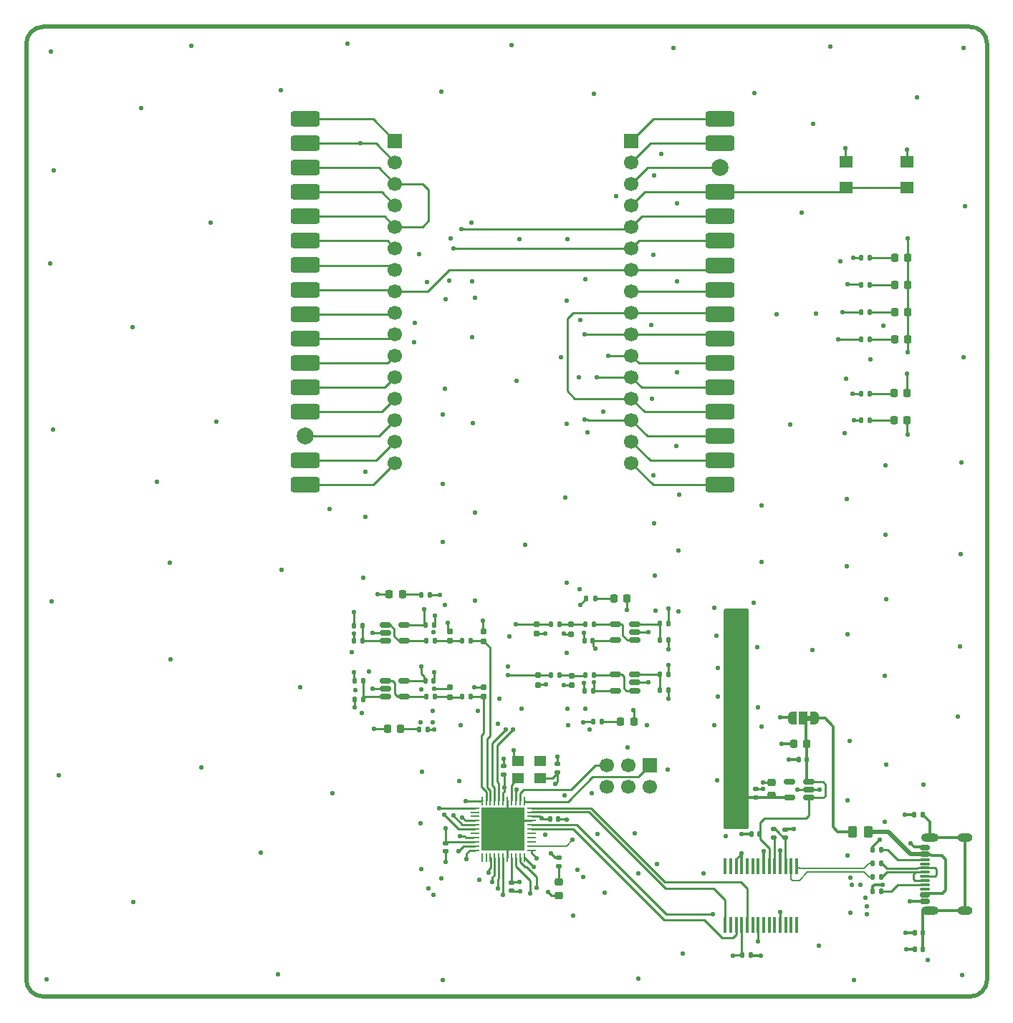
<source format=gbr>
%TF.GenerationSoftware,KiCad,Pcbnew,9.0.6*%
%TF.CreationDate,2026-01-20T12:02:49+00:00*%
%TF.ProjectId,OE PyBoard tester,4f452050-7942-46f6-9172-642074657374,rev?*%
%TF.SameCoordinates,Original*%
%TF.FileFunction,Copper,L1,Top*%
%TF.FilePolarity,Positive*%
%FSLAX46Y46*%
G04 Gerber Fmt 4.6, Leading zero omitted, Abs format (unit mm)*
G04 Created by KiCad (PCBNEW 9.0.6) date 2026-01-20 12:02:49*
%MOMM*%
%LPD*%
G01*
G04 APERTURE LIST*
G04 Aperture macros list*
%AMRoundRect*
0 Rectangle with rounded corners*
0 $1 Rounding radius*
0 $2 $3 $4 $5 $6 $7 $8 $9 X,Y pos of 4 corners*
0 Add a 4 corners polygon primitive as box body*
4,1,4,$2,$3,$4,$5,$6,$7,$8,$9,$2,$3,0*
0 Add four circle primitives for the rounded corners*
1,1,$1+$1,$2,$3*
1,1,$1+$1,$4,$5*
1,1,$1+$1,$6,$7*
1,1,$1+$1,$8,$9*
0 Add four rect primitives between the rounded corners*
20,1,$1+$1,$2,$3,$4,$5,0*
20,1,$1+$1,$4,$5,$6,$7,0*
20,1,$1+$1,$6,$7,$8,$9,0*
20,1,$1+$1,$8,$9,$2,$3,0*%
%AMFreePoly0*
4,1,23,0.550000,-0.750000,0.000000,-0.750000,0.000000,-0.745722,-0.065263,-0.745722,-0.191342,-0.711940,-0.304381,-0.646677,-0.396677,-0.554381,-0.461940,-0.441342,-0.495722,-0.315263,-0.495722,-0.250000,-0.500000,-0.250000,-0.500000,0.250000,-0.495722,0.250000,-0.495722,0.315263,-0.461940,0.441342,-0.396677,0.554381,-0.304381,0.646677,-0.191342,0.711940,-0.065263,0.745722,0.000000,0.745722,
0.000000,0.750000,0.550000,0.750000,0.550000,-0.750000,0.550000,-0.750000,$1*%
%AMFreePoly1*
4,1,23,0.000000,0.745722,0.065263,0.745722,0.191342,0.711940,0.304381,0.646677,0.396677,0.554381,0.461940,0.441342,0.495722,0.315263,0.495722,0.250000,0.500000,0.250000,0.500000,-0.250000,0.495722,-0.250000,0.495722,-0.315263,0.461940,-0.441342,0.396677,-0.554381,0.304381,-0.646677,0.191342,-0.711940,0.065263,-0.745722,0.000000,-0.745722,0.000000,-0.750000,-0.550000,-0.750000,
-0.550000,0.750000,0.000000,0.750000,0.000000,0.745722,0.000000,0.745722,$1*%
G04 Aperture macros list end*
%TA.AperFunction,EtchedComponent*%
%ADD10C,0.000000*%
%TD*%
%TA.AperFunction,SMDPad,CuDef*%
%ADD11RoundRect,0.135000X0.135000X0.185000X-0.135000X0.185000X-0.135000X-0.185000X0.135000X-0.185000X0*%
%TD*%
%TA.AperFunction,SMDPad,CuDef*%
%ADD12RoundRect,0.250000X-1.450000X-0.650000X1.450000X-0.650000X1.450000X0.650000X-1.450000X0.650000X0*%
%TD*%
%TA.AperFunction,SMDPad,CuDef*%
%ADD13RoundRect,0.140000X0.140000X0.170000X-0.140000X0.170000X-0.140000X-0.170000X0.140000X-0.170000X0*%
%TD*%
%TA.AperFunction,SMDPad,CuDef*%
%ADD14R,1.600000X1.400000*%
%TD*%
%TA.AperFunction,SMDPad,CuDef*%
%ADD15RoundRect,0.135000X-0.135000X-0.185000X0.135000X-0.185000X0.135000X0.185000X-0.135000X0.185000X0*%
%TD*%
%TA.AperFunction,SMDPad,CuDef*%
%ADD16RoundRect,0.218750X0.218750X0.256250X-0.218750X0.256250X-0.218750X-0.256250X0.218750X-0.256250X0*%
%TD*%
%TA.AperFunction,ComponentPad*%
%ADD17R,1.700000X1.700000*%
%TD*%
%TA.AperFunction,ComponentPad*%
%ADD18C,1.700000*%
%TD*%
%TA.AperFunction,SMDPad,CuDef*%
%ADD19FreePoly0,180.000000*%
%TD*%
%TA.AperFunction,SMDPad,CuDef*%
%ADD20R,1.000000X1.500000*%
%TD*%
%TA.AperFunction,SMDPad,CuDef*%
%ADD21FreePoly1,180.000000*%
%TD*%
%TA.AperFunction,SMDPad,CuDef*%
%ADD22RoundRect,0.100000X0.100000X-0.850000X0.100000X0.850000X-0.100000X0.850000X-0.100000X-0.850000X0*%
%TD*%
%TA.AperFunction,SMDPad,CuDef*%
%ADD23RoundRect,0.250000X0.262500X0.450000X-0.262500X0.450000X-0.262500X-0.450000X0.262500X-0.450000X0*%
%TD*%
%TA.AperFunction,SMDPad,CuDef*%
%ADD24RoundRect,0.155000X0.155000X-0.212500X0.155000X0.212500X-0.155000X0.212500X-0.155000X-0.212500X0*%
%TD*%
%TA.AperFunction,SMDPad,CuDef*%
%ADD25RoundRect,0.155000X-0.155000X0.212500X-0.155000X-0.212500X0.155000X-0.212500X0.155000X0.212500X0*%
%TD*%
%TA.AperFunction,SMDPad,CuDef*%
%ADD26RoundRect,0.150000X0.512500X0.150000X-0.512500X0.150000X-0.512500X-0.150000X0.512500X-0.150000X0*%
%TD*%
%TA.AperFunction,ComponentPad*%
%ADD27C,2.000000*%
%TD*%
%TA.AperFunction,SMDPad,CuDef*%
%ADD28RoundRect,0.140000X-0.140000X-0.170000X0.140000X-0.170000X0.140000X0.170000X-0.140000X0.170000X0*%
%TD*%
%TA.AperFunction,SMDPad,CuDef*%
%ADD29RoundRect,0.218750X0.256250X-0.218750X0.256250X0.218750X-0.256250X0.218750X-0.256250X-0.218750X0*%
%TD*%
%TA.AperFunction,SMDPad,CuDef*%
%ADD30RoundRect,0.150000X-0.512500X-0.150000X0.512500X-0.150000X0.512500X0.150000X-0.512500X0.150000X0*%
%TD*%
%TA.AperFunction,SMDPad,CuDef*%
%ADD31RoundRect,0.140000X0.170000X-0.140000X0.170000X0.140000X-0.170000X0.140000X-0.170000X-0.140000X0*%
%TD*%
%TA.AperFunction,SMDPad,CuDef*%
%ADD32R,1.400000X1.200000*%
%TD*%
%TA.AperFunction,SMDPad,CuDef*%
%ADD33RoundRect,0.135000X-0.185000X0.135000X-0.185000X-0.135000X0.185000X-0.135000X0.185000X0.135000X0*%
%TD*%
%TA.AperFunction,SMDPad,CuDef*%
%ADD34RoundRect,0.140000X-0.170000X0.140000X-0.170000X-0.140000X0.170000X-0.140000X0.170000X0.140000X0*%
%TD*%
%TA.AperFunction,SMDPad,CuDef*%
%ADD35RoundRect,0.135000X0.185000X-0.135000X0.185000X0.135000X-0.185000X0.135000X-0.185000X-0.135000X0*%
%TD*%
%TA.AperFunction,SMDPad,CuDef*%
%ADD36RoundRect,0.218750X-0.218750X-0.256250X0.218750X-0.256250X0.218750X0.256250X-0.218750X0.256250X0*%
%TD*%
%TA.AperFunction,SMDPad,CuDef*%
%ADD37RoundRect,0.062500X-0.475000X-0.062500X0.475000X-0.062500X0.475000X0.062500X-0.475000X0.062500X0*%
%TD*%
%TA.AperFunction,SMDPad,CuDef*%
%ADD38RoundRect,0.062500X-0.062500X-0.475000X0.062500X-0.475000X0.062500X0.475000X-0.062500X0.475000X0*%
%TD*%
%TA.AperFunction,HeatsinkPad*%
%ADD39R,5.200000X5.200000*%
%TD*%
%TA.AperFunction,SMDPad,CuDef*%
%ADD40RoundRect,0.225000X0.250000X-0.225000X0.250000X0.225000X-0.250000X0.225000X-0.250000X-0.225000X0*%
%TD*%
%TA.AperFunction,SMDPad,CuDef*%
%ADD41RoundRect,0.150000X0.425000X-0.150000X0.425000X0.150000X-0.425000X0.150000X-0.425000X-0.150000X0*%
%TD*%
%TA.AperFunction,SMDPad,CuDef*%
%ADD42RoundRect,0.075000X0.500000X-0.075000X0.500000X0.075000X-0.500000X0.075000X-0.500000X-0.075000X0*%
%TD*%
%TA.AperFunction,HeatsinkPad*%
%ADD43O,2.100000X1.000000*%
%TD*%
%TA.AperFunction,HeatsinkPad*%
%ADD44O,1.800000X1.000000*%
%TD*%
%TA.AperFunction,SMDPad,CuDef*%
%ADD45RoundRect,0.225000X0.225000X0.250000X-0.225000X0.250000X-0.225000X-0.250000X0.225000X-0.250000X0*%
%TD*%
%TA.AperFunction,ViaPad*%
%ADD46C,0.550000*%
%TD*%
%TA.AperFunction,Conductor*%
%ADD47C,0.260000*%
%TD*%
%TA.AperFunction,Conductor*%
%ADD48C,0.220000*%
%TD*%
%TA.AperFunction,Conductor*%
%ADD49C,0.300000*%
%TD*%
%TA.AperFunction,Conductor*%
%ADD50C,0.210000*%
%TD*%
%TA.AperFunction,Conductor*%
%ADD51C,0.230000*%
%TD*%
%TA.AperFunction,Conductor*%
%ADD52C,0.500000*%
%TD*%
%TA.AperFunction,Profile*%
%ADD53C,0.500000*%
%TD*%
G04 APERTURE END LIST*
D10*
%TA.AperFunction,EtchedComponent*%
%TO.C,J3*%
G36*
X176550000Y-118800600D02*
G01*
X176050000Y-118800600D01*
X176050000Y-118200600D01*
X176550000Y-118200600D01*
X176550000Y-118800600D01*
G37*
%TD.AperFunction*%
%TD*%
D11*
%TO.P,R16,2*%
%TO.N,/OK_LED*%
X182465000Y-80075000D03*
%TO.P,R16,1*%
%TO.N,Net-(D10-A)*%
X183485000Y-80075000D03*
%TD*%
D12*
%TO.P,TP1,1,1*%
%TO.N,/module on test/PC4-X11*%
X116790681Y-47583189D03*
%TD*%
D13*
%TO.P,C11,1*%
%TO.N,Vin*%
X176030000Y-123352500D03*
%TO.P,C11,2*%
%TO.N,GND*%
X175070000Y-123352500D03*
%TD*%
D12*
%TO.P,TP11,1,1*%
%TO.N,/module on test/PB13-Y6*%
X116790681Y-62016522D03*
%TD*%
D14*
%TO.P,SW1,1,1*%
%TO.N,/~{RST}#1 actuador*%
X187850000Y-55700000D03*
X180650000Y-55700000D03*
%TO.P,SW1,2,2*%
%TO.N,GND*%
X187850000Y-52700000D03*
X180650000Y-52700000D03*
%TD*%
D15*
%TO.P,R32,1*%
%TO.N,Net-(C20-Pad1)*%
X135290000Y-115956800D03*
%TO.P,R32,2*%
%TO.N,/+3V3#2_chck*%
X136310000Y-115956800D03*
%TD*%
D16*
%TO.P,D8,1,K*%
%TO.N,GND*%
X187987500Y-70450000D03*
%TO.P,D8,2,A*%
%TO.N,Net-(D8-A)*%
X186412500Y-70450000D03*
%TD*%
%TO.P,D11,1,K*%
%TO.N,GND*%
X187925000Y-83225000D03*
%TO.P,D11,2,A*%
%TO.N,Net-(D11-A)*%
X186350000Y-83225000D03*
%TD*%
D17*
%TO.P,J5,1,Pin_1*%
%TO.N,V+#1*%
X155314000Y-50194800D03*
D18*
%TO.P,J5,2,Pin_2*%
%TO.N,+3V3#1*%
X155314000Y-52734800D03*
%TO.P,J5,3,Pin_3*%
%TO.N,GND#1*%
X155314000Y-55274800D03*
%TO.P,J5,4,Pin_4*%
%TO.N,/~{RST}#1 actuador*%
X155314000Y-57814800D03*
%TO.P,J5,5,Pin_5*%
%TO.N,/module on test/PB1-Y12*%
X155314000Y-60354800D03*
%TO.P,J5,6,Pin_6*%
%TO.N,/module on test/PB0-Y11*%
X155314000Y-62894800D03*
%TO.P,J5,7,Pin_7*%
%TO.N,/module on test/PB11-Y10*%
X155314000Y-65434800D03*
%TO.P,J5,8,Pin_8*%
%TO.N,/module on test/PB10-Y9*%
X155314000Y-67974800D03*
%TO.P,J5,9,Pin_9*%
%TO.N,/module on test/PA3-X4*%
X155314000Y-70514800D03*
%TO.P,J5,10,Pin_10*%
%TO.N,/module on test/PA2-X3*%
X155314000Y-73054800D03*
%TO.P,J5,11,Pin_11*%
%TO.N,/module on test/PA1-X2*%
X155314000Y-75594800D03*
%TO.P,J5,12,Pin_12*%
%TO.N,/module on test/PA0-X1*%
X155314000Y-78134800D03*
%TO.P,J5,13,Pin_13*%
%TO.N,/module on test/PA3-X4*%
X155314000Y-80674800D03*
%TO.P,J5,14,Pin_14*%
%TO.N,/module on test/PA2-X3*%
X155314000Y-83214800D03*
%TO.P,J5,15,Pin_15*%
%TO.N,/module on test/PA1-X2*%
X155314000Y-85754800D03*
%TO.P,J5,16,Pin_16*%
%TO.N,/module on test/PA0-X1*%
X155314000Y-88294800D03*
%TD*%
D15*
%TO.P,R3,1*%
%TO.N,/USBD-*%
X183840000Y-137300000D03*
%TO.P,R3,2*%
%TO.N,/D-*%
X184860000Y-137300000D03*
%TD*%
D19*
%TO.P,J3,1,Pin_1*%
%TO.N,USB+5V*%
X176950000Y-118500600D03*
D20*
%TO.P,J3,2,Pin_2*%
%TO.N,Vin*%
X175650000Y-118500600D03*
D21*
%TO.P,J3,3,Pin_3*%
%TO.N,V+#2*%
X174350000Y-118500600D03*
%TD*%
D22*
%TO.P,U2,1,TXD*%
%TO.N,/FTDI_TXD*%
X166400000Y-142950000D03*
%TO.P,U2,2,DTR*%
%TO.N,unconnected-(U2-DTR-Pad2)*%
X167050000Y-142950000D03*
%TO.P,U2,3,RTS*%
%TO.N,/FTDI_RTS*%
X167700000Y-142950000D03*
%TO.P,U2,4,VCCIO*%
%TO.N,+3V3*%
X168350000Y-142950000D03*
%TO.P,U2,5,RXD*%
%TO.N,/FTDI_RXD*%
X169000000Y-142950000D03*
%TO.P,U2,6,RI*%
%TO.N,unconnected-(U2-RI-Pad6)*%
X169650000Y-142950000D03*
%TO.P,U2,7,GND*%
%TO.N,GND*%
X170300000Y-142950000D03*
%TO.P,U2,8,N.C.*%
%TO.N,unconnected-(U2-N.C.-Pad8)*%
X170950000Y-142950000D03*
%TO.P,U2,9,DCR*%
%TO.N,unconnected-(U2-DCR-Pad9)*%
X171600000Y-142950000D03*
%TO.P,U2,10,DCD*%
%TO.N,unconnected-(U2-DCD-Pad10)*%
X172250000Y-142950000D03*
%TO.P,U2,11,CTS*%
%TO.N,/FTDI_CTS*%
X172900000Y-142950000D03*
%TO.P,U2,12,CBUS4*%
%TO.N,unconnected-(U2-CBUS4-Pad12)*%
X173550000Y-142950000D03*
%TO.P,U2,13,CBUS2*%
%TO.N,unconnected-(U2-CBUS2-Pad13)*%
X174200000Y-142950000D03*
%TO.P,U2,14,CBUS3*%
%TO.N,unconnected-(U2-CBUS3-Pad14)*%
X174850000Y-142950000D03*
%TO.P,U2,15,USBD+*%
%TO.N,/USBD+*%
X174850000Y-135950000D03*
%TO.P,U2,16,USBD-*%
%TO.N,/USBD-*%
X174200000Y-135950000D03*
%TO.P,U2,17,3V3OUT*%
%TO.N,Net-(U2-3V3OUT)*%
X173550000Y-135950000D03*
%TO.P,U2,18,GND*%
%TO.N,GND*%
X172900000Y-135950000D03*
%TO.P,U2,19,~{RESET}*%
%TO.N,Net-(U2-~{RESET})*%
X172250000Y-135950000D03*
%TO.P,U2,20,VCC*%
%TO.N,Vin*%
X171600000Y-135950000D03*
%TO.P,U2,21,GND*%
%TO.N,GND*%
X170950000Y-135950000D03*
%TO.P,U2,22,CBUS1*%
%TO.N,unconnected-(U2-CBUS1-Pad22)*%
X170300000Y-135950000D03*
%TO.P,U2,23,CBUS0*%
%TO.N,unconnected-(U2-CBUS0-Pad23)*%
X169650000Y-135950000D03*
%TO.P,U2,24,N.C.*%
%TO.N,unconnected-(U2-N.C.-Pad24)*%
X169000000Y-135950000D03*
%TO.P,U2,25,AGND*%
%TO.N,GND*%
X168350000Y-135950000D03*
%TO.P,U2,26,TEST*%
X167700000Y-135950000D03*
%TO.P,U2,27,OSCI*%
%TO.N,unconnected-(U2-OSCI-Pad27)*%
X167050000Y-135950000D03*
%TO.P,U2,28,OSCO*%
%TO.N,unconnected-(U2-OSCO-Pad28)*%
X166400000Y-135950000D03*
%TD*%
D11*
%TO.P,R2,1*%
%TO.N,/CC2*%
X184860000Y-134000000D03*
%TO.P,R2,2*%
%TO.N,GND*%
X183840000Y-134000000D03*
%TD*%
%TO.P,R17,1*%
%TO.N,Net-(D11-A)*%
X183485000Y-83225000D03*
%TO.P,R17,2*%
%TO.N,/NOK_LED*%
X182465000Y-83225000D03*
%TD*%
D23*
%TO.P,L1,1*%
%TO.N,/VBUS*%
X183312500Y-131900000D03*
%TO.P,L1,2*%
%TO.N,USB+5V*%
X181487500Y-131900000D03*
%TD*%
D15*
%TO.P,R25,1*%
%TO.N,Net-(U5--)*%
X131040000Y-109343700D03*
%TO.P,R25,2*%
%TO.N,Net-(C16-Pad1)*%
X132060000Y-109343700D03*
%TD*%
%TO.P,R11,1*%
%TO.N,Net-(D5-A)*%
X130261200Y-119778000D03*
%TO.P,R11,2*%
%TO.N,/+3V3#2_ok*%
X131281200Y-119778000D03*
%TD*%
D13*
%TO.P,C7,1*%
%TO.N,Vin*%
X170472500Y-132150000D03*
%TO.P,C7,2*%
%TO.N,GND*%
X169512500Y-132150000D03*
%TD*%
D15*
%TO.P,R28,1*%
%TO.N,GND*%
X122540000Y-109306800D03*
%TO.P,R28,2*%
%TO.N,Net-(U5-+)*%
X123560000Y-109306800D03*
%TD*%
D24*
%TO.P,C15,1*%
%TO.N,/V+#2_chck*%
X137850000Y-109361200D03*
%TO.P,C15,2*%
%TO.N,GND*%
X137850000Y-108226200D03*
%TD*%
D13*
%TO.P,C26,1*%
%TO.N,+3V3*%
X150730000Y-109300000D03*
%TO.P,C26,2*%
%TO.N,GND*%
X149770000Y-109300000D03*
%TD*%
D25*
%TO.P,C17,1*%
%TO.N,Net-(C17-Pad1)*%
X148200000Y-107393700D03*
%TO.P,C17,2*%
%TO.N,GND*%
X148200000Y-108528700D03*
%TD*%
D15*
%TO.P,R10,1*%
%TO.N,Net-(D4-A)*%
X130511200Y-103867600D03*
%TO.P,R10,2*%
%TO.N,/V+#2_ok*%
X131531200Y-103867600D03*
%TD*%
%TO.P,R36,1*%
%TO.N,GND*%
X122590000Y-116256800D03*
%TO.P,R36,2*%
%TO.N,Net-(U7-+)*%
X123610000Y-116256800D03*
%TD*%
D11*
%TO.P,R34,1*%
%TO.N,Net-(U8--)*%
X150860000Y-113361200D03*
%TO.P,R34,2*%
%TO.N,Net-(C21-Pad1)*%
X149840000Y-113361200D03*
%TD*%
%TO.P,R1,1*%
%TO.N,/CC1*%
X184860000Y-138950000D03*
%TO.P,R1,2*%
%TO.N,GND*%
X183840000Y-138950000D03*
%TD*%
%TO.P,R13,1*%
%TO.N,Net-(D7-A)*%
X183472500Y-67205200D03*
%TO.P,R13,2*%
%TO.N,/RST#2_LED*%
X182452500Y-67205200D03*
%TD*%
D26*
%TO.P,U8,1*%
%TO.N,Net-(U8--)*%
X155687500Y-115211200D03*
%TO.P,U8,2,V-*%
%TO.N,GND*%
X155687500Y-114261200D03*
%TO.P,U8,3,+*%
%TO.N,Net-(U8-+)*%
X155687500Y-113311200D03*
%TO.P,U8,4,-*%
%TO.N,Net-(U8--)*%
X153412500Y-113311200D03*
%TO.P,U8,5,V+*%
%TO.N,+3V3*%
X153412500Y-115211200D03*
%TD*%
D16*
%TO.P,D3,1,K*%
%TO.N,GND*%
X155587500Y-118861200D03*
%TO.P,D3,2,A*%
%TO.N,Net-(D3-A)*%
X154012500Y-118861200D03*
%TD*%
D12*
%TO.P,TP22,1,1*%
%TO.N,/module on test/PA1-X2*%
X165814000Y-76461467D03*
%TD*%
D15*
%TO.P,R24,1*%
%TO.N,Net-(C16-Pad1)*%
X135290000Y-109343700D03*
%TO.P,R24,2*%
%TO.N,/V+#2_chck*%
X136310000Y-109343700D03*
%TD*%
D27*
%TO.P,TP27,1,1*%
%TO.N,GND*%
X116790681Y-85109856D03*
%TD*%
D11*
%TO.P,R37,1*%
%TO.N,GND*%
X159710000Y-115161200D03*
%TO.P,R37,2*%
%TO.N,Net-(U8-+)*%
X158690000Y-115161200D03*
%TD*%
D12*
%TO.P,TP24,1,1*%
%TO.N,/module on test/PA0-X1*%
X165814000Y-79348133D03*
%TD*%
D28*
%TO.P,C23,1*%
%TO.N,+3V3*%
X130970000Y-114056800D03*
%TO.P,C23,2*%
%TO.N,GND*%
X131930000Y-114056800D03*
%TD*%
D11*
%TO.P,R14,1*%
%TO.N,Net-(D8-A)*%
X183472500Y-70427600D03*
%TO.P,R14,2*%
%TO.N,/SUPPLY_LED*%
X182452500Y-70427600D03*
%TD*%
D15*
%TO.P,R33,1*%
%TO.N,Net-(U7--)*%
X131040000Y-115956800D03*
%TO.P,R33,2*%
%TO.N,Net-(C20-Pad1)*%
X132060000Y-115956800D03*
%TD*%
D28*
%TO.P,C8,1*%
%TO.N,+3V3*%
X168437500Y-146517500D03*
%TO.P,C8,2*%
%TO.N,GND*%
X169397500Y-146517500D03*
%TD*%
D29*
%TO.P,D1,1,K*%
%TO.N,GND*%
X146750000Y-139437500D03*
%TO.P,D1,2,A*%
%TO.N,Net-(D1-A)*%
X146750000Y-137862500D03*
%TD*%
D28*
%TO.P,C24,1*%
%TO.N,+3V3*%
X131020000Y-107443700D03*
%TO.P,C24,2*%
%TO.N,GND*%
X131980000Y-107443700D03*
%TD*%
D12*
%TO.P,TP3,1,1*%
%TO.N,/module on test/PC5-X12*%
X116790681Y-50469856D03*
%TD*%
D24*
%TO.P,C19,1*%
%TO.N,/+3V3#2_chck*%
X137850000Y-115924300D03*
%TO.P,C19,2*%
%TO.N,GND*%
X137850000Y-114789300D03*
%TD*%
D11*
%TO.P,R35,1*%
%TO.N,Net-(C21-Pad1)*%
X146860000Y-113411200D03*
%TO.P,R35,2*%
%TO.N,/+3V3#1_chck*%
X145840000Y-113411200D03*
%TD*%
D13*
%TO.P,C25,1*%
%TO.N,+3V3*%
X150780000Y-115261200D03*
%TO.P,C25,2*%
%TO.N,GND*%
X149820000Y-115261200D03*
%TD*%
D15*
%TO.P,R23,1*%
%TO.N,Net-(U6-+)*%
X158680000Y-107311200D03*
%TO.P,R23,2*%
%TO.N,V+#1*%
X159700000Y-107311200D03*
%TD*%
D30*
%TO.P,U5,1*%
%TO.N,Net-(U5--)*%
X126212500Y-107456800D03*
%TO.P,U5,2,V-*%
%TO.N,GND*%
X126212500Y-108406800D03*
%TO.P,U5,3,+*%
%TO.N,Net-(U5-+)*%
X126212500Y-109356800D03*
%TO.P,U5,4,-*%
%TO.N,Net-(U5--)*%
X128487500Y-109356800D03*
%TO.P,U5,5,V+*%
%TO.N,+3V3*%
X128487500Y-107456800D03*
%TD*%
D12*
%TO.P,TP32,1,1*%
%TO.N,/module on test/PA0-X1*%
X165814000Y-90894800D03*
%TD*%
D24*
%TO.P,C20,1*%
%TO.N,Net-(C20-Pad1)*%
X133900000Y-115974300D03*
%TO.P,C20,2*%
%TO.N,GND*%
X133900000Y-114839300D03*
%TD*%
D31*
%TO.P,C14,1*%
%TO.N,+3V3*%
X170050000Y-127830000D03*
%TO.P,C14,2*%
%TO.N,GND*%
X170050000Y-126870000D03*
%TD*%
D11*
%TO.P,R27,1*%
%TO.N,Net-(C17-Pad1)*%
X146860000Y-107350000D03*
%TO.P,R27,2*%
%TO.N,/V+#1_chck*%
X145840000Y-107350000D03*
%TD*%
%TO.P,R12,1*%
%TO.N,Net-(D6-A)*%
X183481200Y-63982800D03*
%TO.P,R12,2*%
%TO.N,/RST#1_LED*%
X182461200Y-63982800D03*
%TD*%
D12*
%TO.P,TP14,1,1*%
%TO.N,/module on test/PB11-Y10*%
X165814000Y-64914800D03*
%TD*%
D30*
%TO.P,U7,1*%
%TO.N,Net-(U7--)*%
X126212500Y-114056800D03*
%TO.P,U7,2,V-*%
%TO.N,GND*%
X126212500Y-115006800D03*
%TO.P,U7,3,+*%
%TO.N,Net-(U7-+)*%
X126212500Y-115956800D03*
%TO.P,U7,4,-*%
%TO.N,Net-(U7--)*%
X128487500Y-115956800D03*
%TO.P,U7,5,V+*%
%TO.N,+3V3*%
X128487500Y-114056800D03*
%TD*%
D32*
%TO.P,X1,1,~{Stby}*%
%TO.N,unconnected-(X1-~{Stby}-Pad1)*%
X144554000Y-123584596D03*
%TO.P,X1,2,GND*%
%TO.N,GND*%
X141954000Y-123584596D03*
%TO.P,X1,3,OUT*%
%TO.N,/OSC*%
X141954000Y-125584606D03*
%TO.P,X1,4,VDD*%
%TO.N,+3V3*%
X144554000Y-125584606D03*
%TD*%
D11*
%TO.P,R26,1*%
%TO.N,Net-(U6--)*%
X150860000Y-107400000D03*
%TO.P,R26,2*%
%TO.N,Net-(C17-Pad1)*%
X149840000Y-107400000D03*
%TD*%
D12*
%TO.P,TP25,1,1*%
%TO.N,/~{RST}#2 feedback*%
X116790681Y-82223189D03*
%TD*%
D28*
%TO.P,C6,1*%
%TO.N,GND*%
X188820000Y-145800000D03*
%TO.P,C6,2*%
%TO.N,Net-(J1-SHIELD)*%
X189780000Y-145800000D03*
%TD*%
D12*
%TO.P,TP17,1,1*%
%TO.N,/module on test/PB0-Y11*%
X116790681Y-70676522D03*
%TD*%
D26*
%TO.P,U3,1,IN*%
%TO.N,Vin*%
X176287500Y-127900000D03*
%TO.P,U3,2,GND*%
%TO.N,GND*%
X176287500Y-126950000D03*
%TO.P,U3,3,EN*%
%TO.N,Vin*%
X176287500Y-126000000D03*
%TO.P,U3,4,NC*%
%TO.N,unconnected-(U3-NC-Pad4)*%
X174012500Y-126000000D03*
%TO.P,U3,5,OUT*%
%TO.N,+3V3*%
X174012500Y-127900000D03*
%TD*%
D12*
%TO.P,TP10,1,1*%
%TO.N,/module on test/PB1-Y12*%
X165814000Y-59141467D03*
%TD*%
%TO.P,TP9,1,1*%
%TO.N,/module on test/PB12-Y5*%
X116790681Y-59129856D03*
%TD*%
D33*
%TO.P,R6,1*%
%TO.N,Net-(U2-3V3OUT)*%
X172150000Y-131590000D03*
%TO.P,R6,2*%
%TO.N,Net-(U2-~{RESET})*%
X172150000Y-132610000D03*
%TD*%
D34*
%TO.P,C2,1*%
%TO.N,+3V3*%
X141154000Y-137920000D03*
%TO.P,C2,2*%
%TO.N,GND*%
X141154000Y-138880000D03*
%TD*%
D28*
%TO.P,C3,1*%
%TO.N,+3V3*%
X145720000Y-130400000D03*
%TO.P,C3,2*%
%TO.N,GND*%
X146680000Y-130400000D03*
%TD*%
D35*
%TO.P,R7,1*%
%TO.N,Net-(D1-A)*%
X146750000Y-135960000D03*
%TO.P,R7,2*%
%TO.N,/STATE_LED*%
X146750000Y-134940000D03*
%TD*%
D36*
%TO.P,D4,1,K*%
%TO.N,GND*%
X126712500Y-103856800D03*
%TO.P,D4,2,A*%
%TO.N,Net-(D4-A)*%
X128287500Y-103856800D03*
%TD*%
D12*
%TO.P,TP21,1,1*%
%TO.N,/module on test/PC4-X11*%
X116790681Y-76449856D03*
%TD*%
D11*
%TO.P,R15,1*%
%TO.N,Net-(D9-A)*%
X183481200Y-73650000D03*
%TO.P,R15,2*%
%TO.N,/IOs_LED*%
X182461200Y-73650000D03*
%TD*%
D12*
%TO.P,TP20,1,1*%
%TO.N,/module on test/PA2-X3*%
X165814000Y-73574800D03*
%TD*%
%TO.P,TP26,1,1*%
%TO.N,/module on test/PA3-X4*%
X165814000Y-82234800D03*
%TD*%
D16*
%TO.P,D10,1,K*%
%TO.N,GND*%
X187925000Y-80025000D03*
%TO.P,D10,2,A*%
%TO.N,Net-(D10-A)*%
X186350000Y-80025000D03*
%TD*%
D37*
%TO.P,U1,1,PA5/ADC5*%
%TO.N,/~{RST}#2 feedback*%
X136812500Y-129100000D03*
%TO.P,U1,2,PA6/ADC6*%
%TO.N,unconnected-(U1-PA6{slash}ADC6-Pad2)*%
X136812500Y-129600000D03*
%TO.P,U1,3,PA7/ADC7/AC0-OUT*%
%TO.N,unconnected-(U1-PA7{slash}ADC7{slash}AC0-OUT-Pad3)*%
X136812500Y-130100000D03*
%TO.P,U1,4,PB0/ADC8/AREF*%
%TO.N,/module on test/PB13-Y6*%
X136812500Y-130600000D03*
%TO.P,U1,5,PB1/ADC9*%
%TO.N,/module on test/PB10-Y9*%
X136812500Y-131100000D03*
%TO.P,U1,6,PB2/ADC10/DAC0*%
%TO.N,/module on test/PB11-Y10*%
X136812500Y-131600000D03*
%TO.P,U1,7,PB3/ADC11/DAC1*%
%TO.N,unconnected-(U1-PB3{slash}ADC11{slash}DAC1-Pad7)*%
X136812500Y-132100000D03*
%TO.P,U1,8,GND*%
%TO.N,GND*%
X136812500Y-132600000D03*
%TO.P,U1,9,VCC*%
%TO.N,+3V3*%
X136812500Y-133100000D03*
%TO.P,U1,10,PC0/OC0A/SDA*%
%TO.N,/OK_LED*%
X136812500Y-133600000D03*
%TO.P,U1,11,PC1/OC0B/XCK0/SCL*%
%TO.N,/NOK_LED*%
X136812500Y-134100000D03*
D38*
%TO.P,U1,12,PC2/OC0C/RXD0*%
%TO.N,unconnected-(U1-PC2{slash}OC0C{slash}RXD0-Pad12)*%
X137650000Y-134937500D03*
%TO.P,U1,13,PC3/OC0D/TXD0*%
%TO.N,unconnected-(U1-PC3{slash}OC0D{slash}TXD0-Pad13)*%
X138150000Y-134937500D03*
%TO.P,U1,14,PC4/OC1A/~{SS}*%
%TO.N,/V+#1_ok*%
X138650000Y-134937500D03*
%TO.P,U1,15,PC5/OC1B/MOSI/XCK1*%
%TO.N,/+3V3#1_ok*%
X139150000Y-134937500D03*
%TO.P,U1,16,PC6/MISO/RXD1*%
%TO.N,/V+#2_ok*%
X139650000Y-134937500D03*
%TO.P,U1,17,PC7/SCK/TXD1/CLCKO/EVO*%
%TO.N,/+3V3#2_ok*%
X140150000Y-134937500D03*
%TO.P,U1,18,GND*%
%TO.N,GND*%
X140650000Y-134937500D03*
%TO.P,U1,19,VCC*%
%TO.N,+3V3*%
X141150000Y-134937500D03*
%TO.P,U1,20,PD0/OC0A*%
%TO.N,/RST#1_LED*%
X141650000Y-134937500D03*
%TO.P,U1,21,PD1/OC0B/XCK0*%
%TO.N,/RST#2_LED*%
X142150000Y-134937500D03*
%TO.P,U1,22,PD2/OC0C/RXD0*%
%TO.N,/SUPPLY_LED*%
X142650000Y-134937500D03*
D37*
%TO.P,U1,23,PD3/OC0D/TXD0*%
%TO.N,/IOs_LED*%
X143487500Y-134100000D03*
%TO.P,U1,24,PD4/OC1A/~{SS}*%
%TO.N,/~{RST}#1 actuador*%
X143487500Y-133600000D03*
%TO.P,U1,25,PD5/OC1B/XCK1/MOSI*%
%TO.N,unconnected-(U1-PD5{slash}OC1B{slash}XCK1{slash}MOSI-Pad25)*%
X143487500Y-133100000D03*
%TO.P,U1,26,PD6/RXD1/MISO/D-*%
%TO.N,unconnected-(U1-PD6{slash}RXD1{slash}MISO{slash}D--Pad26)*%
X143487500Y-132600000D03*
%TO.P,U1,27,PD7/TXD1/SCK/CLCKO/D+*%
%TO.N,unconnected-(U1-PD7{slash}TXD1{slash}SCK{slash}CLCKO{slash}D+-Pad27)*%
X143487500Y-132100000D03*
%TO.P,U1,28,PE0/OC0A/SDA*%
%TO.N,/FTDI_RTS*%
X143487500Y-131600000D03*
%TO.P,U1,29,PE1/OC0B/XCK0/SCL*%
%TO.N,/FTDI_CTS*%
X143487500Y-131100000D03*
%TO.P,U1,30,GND*%
%TO.N,GND*%
X143487500Y-130600000D03*
%TO.P,U1,31,VCC*%
%TO.N,+3V3*%
X143487500Y-130100000D03*
%TO.P,U1,32,PE2/OC0C/RXD0*%
%TO.N,/FTDI_TXD*%
X143487500Y-129600000D03*
%TO.P,U1,33,PE3/OC0D/TXD0*%
%TO.N,/FTDI_RXD*%
X143487500Y-129100000D03*
D38*
%TO.P,U1,34,PDI_DATA*%
%TO.N,/PDI_DATA*%
X142650000Y-128262500D03*
%TO.P,U1,35,~{RESET}/PDI_CLOCK*%
%TO.N,/PDI_CLOCK*%
X142150000Y-128262500D03*
%TO.P,U1,36,PR0/XTAL2*%
%TO.N,/STATE_LED*%
X141650000Y-128262500D03*
%TO.P,U1,37,PR1/XTAL1*%
%TO.N,/OSC*%
X141150000Y-128262500D03*
%TO.P,U1,38,GND*%
%TO.N,GND*%
X140650000Y-128262500D03*
%TO.P,U1,39,AVCC*%
%TO.N,+3V3*%
X140150000Y-128262500D03*
%TO.P,U1,40,PA0/ADC0/AREF*%
%TO.N,/V+#1_chck*%
X139650000Y-128262500D03*
%TO.P,U1,41,PA1/ADC1*%
%TO.N,/+3V3#1_chck*%
X139150000Y-128262500D03*
%TO.P,U1,42,PA2/ADC2*%
%TO.N,/V+#2_chck*%
X138650000Y-128262500D03*
%TO.P,U1,43,PA3/ADC3*%
%TO.N,/+3V3#2_chck*%
X138150000Y-128262500D03*
%TO.P,U1,44,PA4/ADC4*%
%TO.N,GND*%
X137650000Y-128262500D03*
D39*
%TO.P,U1,45,GND*%
X140150000Y-131600000D03*
%TD*%
D34*
%TO.P,C4,1*%
%TO.N,+3V3*%
X133350000Y-133270000D03*
%TO.P,C4,2*%
%TO.N,GND*%
X133350000Y-134230000D03*
%TD*%
D31*
%TO.P,C10,1*%
%TO.N,+3V3*%
X146550000Y-124880000D03*
%TO.P,C10,2*%
%TO.N,GND*%
X146550000Y-123920000D03*
%TD*%
D12*
%TO.P,TP28,1,1*%
%TO.N,/module on test/PA2-X3*%
X165814000Y-85121467D03*
%TD*%
%TO.P,TP5,1,1*%
%TO.N,/module on test/PB12-Y5*%
X116790681Y-53356522D03*
%TD*%
%TO.P,TP7,1,1*%
%TO.N,/module on test/PB13-Y6*%
X116790681Y-56243189D03*
%TD*%
%TO.P,TP30,1,1*%
%TO.N,/module on test/PA1-X2*%
X165814000Y-88008133D03*
%TD*%
%TO.P,TP15,1,1*%
%TO.N,/module on test/PB11-Y10*%
X116790681Y-67789856D03*
%TD*%
D25*
%TO.P,C21,1*%
%TO.N,Net-(C21-Pad1)*%
X148300000Y-113443700D03*
%TO.P,C21,2*%
%TO.N,GND*%
X148300000Y-114578700D03*
%TD*%
D15*
%TO.P,R31,1*%
%TO.N,Net-(U8-+)*%
X158690000Y-113311200D03*
%TO.P,R31,2*%
%TO.N,+3V3#1*%
X159710000Y-113311200D03*
%TD*%
D40*
%TO.P,C13,1*%
%TO.N,+3V3*%
X171900000Y-127625000D03*
%TO.P,C13,2*%
%TO.N,GND*%
X171900000Y-126075000D03*
%TD*%
D17*
%TO.P,J2,1,Pin_1*%
%TO.N,/PDI_DATA*%
X157490000Y-124075000D03*
D18*
%TO.P,J2,2,Pin_2*%
%TO.N,+3V3*%
X157490000Y-126615000D03*
%TO.P,J2,3,Pin_3*%
%TO.N,unconnected-(J2-Pin_3-Pad3)*%
X154950000Y-124075000D03*
%TO.P,J2,4,Pin_4*%
%TO.N,unconnected-(J2-Pin_4-Pad4)*%
X154950000Y-126615000D03*
%TO.P,J2,5,Pin_5*%
%TO.N,/PDI_CLOCK*%
X152410000Y-124075000D03*
%TO.P,J2,6,Pin_6*%
%TO.N,GND*%
X152410000Y-126615000D03*
%TD*%
D25*
%TO.P,C18,1*%
%TO.N,/V+#1_chck*%
X144100000Y-107343700D03*
%TO.P,C18,2*%
%TO.N,GND*%
X144100000Y-108478700D03*
%TD*%
D12*
%TO.P,TP13,1,1*%
%TO.N,/module on test/PB10-Y9*%
X116790681Y-64903189D03*
%TD*%
D16*
%TO.P,D6,1,K*%
%TO.N,GND*%
X187987500Y-64000000D03*
%TO.P,D6,2,A*%
%TO.N,Net-(D6-A)*%
X186412500Y-64000000D03*
%TD*%
D12*
%TO.P,TP12,1,1*%
%TO.N,/module on test/PB0-Y11*%
X165814000Y-62028133D03*
%TD*%
D11*
%TO.P,R29,1*%
%TO.N,GND*%
X159710000Y-109211200D03*
%TO.P,R29,2*%
%TO.N,Net-(U6-+)*%
X158690000Y-109211200D03*
%TD*%
D13*
%TO.P,C5,1*%
%TO.N,Net-(J1-SHIELD)*%
X189780000Y-143900000D03*
%TO.P,C5,2*%
%TO.N,GND*%
X188820000Y-143900000D03*
%TD*%
D12*
%TO.P,TP23,1,1*%
%TO.N,/module on test/PC5-X12*%
X116790681Y-79336522D03*
%TD*%
D34*
%TO.P,C9,1*%
%TO.N,GND*%
X173525000Y-131670000D03*
%TO.P,C9,2*%
%TO.N,Net-(U2-3V3OUT)*%
X173525000Y-132630000D03*
%TD*%
D16*
%TO.P,D7,1,K*%
%TO.N,GND*%
X187987500Y-67200000D03*
%TO.P,D7,2,A*%
%TO.N,Net-(D7-A)*%
X186412500Y-67200000D03*
%TD*%
D12*
%TO.P,TP18,1,1*%
%TO.N,/module on test/PA3-X4*%
X165814000Y-70688133D03*
%TD*%
D11*
%TO.P,R8,1*%
%TO.N,Net-(D2-A)*%
X151013800Y-104321200D03*
%TO.P,R8,2*%
%TO.N,/V+#1_ok*%
X149993800Y-104321200D03*
%TD*%
D25*
%TO.P,C22,1*%
%TO.N,/+3V3#1_chck*%
X144250000Y-113393700D03*
%TO.P,C22,2*%
%TO.N,GND*%
X144250000Y-114528700D03*
%TD*%
D31*
%TO.P,C1,1*%
%TO.N,+3V3*%
X140200000Y-125130000D03*
%TO.P,C1,2*%
%TO.N,GND*%
X140200000Y-124170000D03*
%TD*%
D12*
%TO.P,TP16,1,1*%
%TO.N,/module on test/PB10-Y9*%
X165814000Y-67801467D03*
%TD*%
%TO.P,TP2,1,1*%
%TO.N,V+#1*%
X165814000Y-47594800D03*
%TD*%
D11*
%TO.P,R9,1*%
%TO.N,Net-(D3-A)*%
X151788800Y-118860800D03*
%TO.P,R9,2*%
%TO.N,/+3V3#1_ok*%
X150768800Y-118860800D03*
%TD*%
%TO.P,R30,1*%
%TO.N,Net-(U7-+)*%
X123610000Y-114056800D03*
%TO.P,R30,2*%
%TO.N,+3V3#2*%
X122590000Y-114056800D03*
%TD*%
%TO.P,R22,1*%
%TO.N,Net-(U5-+)*%
X123560000Y-107506800D03*
%TO.P,R22,2*%
%TO.N,V+#2*%
X122540000Y-107506800D03*
%TD*%
D41*
%TO.P,J1,A1,GND*%
%TO.N,GND*%
X189995000Y-140150000D03*
%TO.P,J1,A4,VBUS*%
%TO.N,/VBUS*%
X189995000Y-139350000D03*
D42*
%TO.P,J1,A5,CC1*%
%TO.N,/CC1*%
X189995000Y-138200000D03*
%TO.P,J1,A6,D+*%
%TO.N,/D+*%
X189995000Y-137200000D03*
%TO.P,J1,A7,D-*%
%TO.N,/D-*%
X189995000Y-136700000D03*
%TO.P,J1,A8,SBU1*%
%TO.N,unconnected-(J1-SBU1-PadA8)*%
X189995000Y-135700000D03*
D41*
%TO.P,J1,A9,VBUS*%
%TO.N,/VBUS*%
X189995000Y-134550000D03*
%TO.P,J1,A12,GND*%
%TO.N,GND*%
X189995000Y-133750000D03*
%TO.P,J1,B1,GND*%
X189995000Y-133750000D03*
%TO.P,J1,B4,VBUS*%
%TO.N,/VBUS*%
X189995000Y-134550000D03*
D42*
%TO.P,J1,B5,CC2*%
%TO.N,/CC2*%
X189995000Y-135200000D03*
%TO.P,J1,B6,D+*%
%TO.N,/D+*%
X189995000Y-136200000D03*
%TO.P,J1,B7,D-*%
%TO.N,/D-*%
X189995000Y-137700000D03*
%TO.P,J1,B8,SBU2*%
%TO.N,unconnected-(J1-SBU2-PadB8)*%
X189995000Y-138700000D03*
D41*
%TO.P,J1,B9,VBUS*%
%TO.N,/VBUS*%
X189995000Y-139350000D03*
%TO.P,J1,B12,GND*%
%TO.N,GND*%
X189995000Y-140150000D03*
D43*
%TO.P,J1,S1,SHIELD*%
%TO.N,Net-(J1-SHIELD)*%
X190570000Y-141270000D03*
D44*
X194750000Y-141270000D03*
D43*
X190570000Y-132630000D03*
D44*
X194750000Y-132630000D03*
%TD*%
D36*
%TO.P,D5,1,K*%
%TO.N,GND*%
X126462500Y-119756800D03*
%TO.P,D5,2,A*%
%TO.N,Net-(D5-A)*%
X128037500Y-119756800D03*
%TD*%
D16*
%TO.P,D2,1,K*%
%TO.N,GND*%
X154812500Y-104311200D03*
%TO.P,D2,2,A*%
%TO.N,Net-(D2-A)*%
X153237500Y-104311200D03*
%TD*%
D12*
%TO.P,TP8,1,1*%
%TO.N,/~{RST}#1 actuador*%
X165814000Y-56254800D03*
%TD*%
D27*
%TO.P,TP6,1,1*%
%TO.N,GND#1*%
X165814000Y-53368133D03*
%TD*%
D24*
%TO.P,C16,1*%
%TO.N,Net-(C16-Pad1)*%
X133900000Y-109311200D03*
%TO.P,C16,2*%
%TO.N,GND*%
X133900000Y-108176200D03*
%TD*%
D15*
%TO.P,R4,1*%
%TO.N,/USBD+*%
X183840000Y-135650000D03*
%TO.P,R4,2*%
%TO.N,/D+*%
X184860000Y-135650000D03*
%TD*%
D17*
%TO.P,J4,1,Pin_1*%
%TO.N,/module on test/PC4-X11*%
X127380000Y-50206800D03*
D18*
%TO.P,J4,2,Pin_2*%
%TO.N,/module on test/PC5-X12*%
X127380000Y-52746800D03*
%TO.P,J4,3,Pin_3*%
%TO.N,/module on test/PB12-Y5*%
X127380000Y-55286800D03*
%TO.P,J4,4,Pin_4*%
%TO.N,/module on test/PB13-Y6*%
X127380000Y-57826800D03*
%TO.P,J4,5,Pin_5*%
%TO.N,/module on test/PB12-Y5*%
X127380000Y-60366800D03*
%TO.P,J4,6,Pin_6*%
%TO.N,/module on test/PB13-Y6*%
X127380000Y-62906800D03*
%TO.P,J4,7,Pin_7*%
%TO.N,/module on test/PB10-Y9*%
X127380000Y-65446800D03*
%TO.P,J4,8,Pin_8*%
%TO.N,/module on test/PB11-Y10*%
X127380000Y-67986800D03*
%TO.P,J4,9,Pin_9*%
%TO.N,/module on test/PB0-Y11*%
X127380000Y-70526800D03*
%TO.P,J4,10,Pin_10*%
%TO.N,/module on test/PB1-Y12*%
X127380000Y-73066800D03*
%TO.P,J4,11,Pin_11*%
%TO.N,/module on test/PC4-X11*%
X127380000Y-75606800D03*
%TO.P,J4,12,Pin_12*%
%TO.N,/module on test/PC5-X12*%
X127380000Y-78146800D03*
%TO.P,J4,13,Pin_13*%
%TO.N,/~{RST}#2 feedback*%
X127380000Y-80686800D03*
%TO.P,J4,14,Pin_14*%
%TO.N,GND*%
X127380000Y-83226800D03*
%TO.P,J4,15,Pin_15*%
%TO.N,+3V3#2*%
X127380000Y-85766800D03*
%TO.P,J4,16,Pin_16*%
%TO.N,V+#2*%
X127380000Y-88306800D03*
%TD*%
D26*
%TO.P,U6,1*%
%TO.N,Net-(U6--)*%
X155687500Y-109261200D03*
%TO.P,U6,2,V-*%
%TO.N,GND*%
X155687500Y-108311200D03*
%TO.P,U6,3,+*%
%TO.N,Net-(U6-+)*%
X155687500Y-107361200D03*
%TO.P,U6,4,-*%
%TO.N,Net-(U6--)*%
X153412500Y-107361200D03*
%TO.P,U6,5,V+*%
%TO.N,+3V3*%
X153412500Y-109261200D03*
%TD*%
D15*
%TO.P,R5,1*%
%TO.N,GND*%
X188740000Y-129900000D03*
%TO.P,R5,2*%
%TO.N,Net-(J1-SHIELD)*%
X189760000Y-129900000D03*
%TD*%
D12*
%TO.P,TP19,1,1*%
%TO.N,/module on test/PB1-Y12*%
X116790681Y-73563189D03*
%TD*%
%TO.P,TP31,1,1*%
%TO.N,V+#2*%
X116790681Y-90883189D03*
%TD*%
D16*
%TO.P,D9,1,K*%
%TO.N,GND*%
X187987500Y-73650000D03*
%TO.P,D9,2,A*%
%TO.N,Net-(D9-A)*%
X186412500Y-73650000D03*
%TD*%
D45*
%TO.P,C12,1*%
%TO.N,Vin*%
X176025000Y-121552500D03*
%TO.P,C12,2*%
%TO.N,GND*%
X174475000Y-121552500D03*
%TD*%
D12*
%TO.P,TP4,1,1*%
%TO.N,+3V3#1*%
X165814000Y-50481467D03*
%TD*%
%TO.P,TP29,1,1*%
%TO.N,+3V3#2*%
X116790681Y-87996522D03*
%TD*%
D46*
%TO.N,+3V3#2*%
X122500000Y-113050000D03*
%TO.N,V+#2*%
X122550000Y-105900000D03*
X123450000Y-117900000D03*
X172900000Y-118350000D03*
%TO.N,V+#1*%
X159700000Y-105500000D03*
%TO.N,+3V3#1*%
X159700000Y-112200000D03*
%TO.N,/module on test/PB1-Y12*%
X135200000Y-60644800D03*
%TO.N,/module on test/PB0-Y11*%
X134250000Y-62894800D03*
%TO.N,/module on test/PB13-Y6*%
X135350000Y-130200000D03*
%TO.N,/module on test/PB10-Y9*%
X134250000Y-130000000D03*
%TO.N,/~{RST}#2 feedback*%
X132600000Y-129100000D03*
%TO.N,GND*%
X150650000Y-127350000D03*
X133050000Y-82600000D03*
X157750000Y-80700000D03*
X86925000Y-84325000D03*
X170950000Y-134200000D03*
X157950000Y-89750000D03*
X158150000Y-105800000D03*
X133300000Y-105050000D03*
X169750000Y-104850000D03*
X99275000Y-90525000D03*
X157150000Y-119300000D03*
X131200000Y-66900000D03*
X149850000Y-117350000D03*
X185100000Y-72050000D03*
X145200000Y-114500000D03*
X140200000Y-133600000D03*
X187767500Y-145800000D03*
X147800000Y-119350000D03*
X147362500Y-114561200D03*
X131950000Y-108300000D03*
X133363500Y-135500000D03*
X156100000Y-136825000D03*
X140200000Y-129850000D03*
X194275000Y-99100000D03*
X160750000Y-57550000D03*
X194300000Y-88200000D03*
X181200000Y-141450000D03*
X130400000Y-118950000D03*
X175450000Y-58700000D03*
X176800000Y-48150000D03*
X133025000Y-149425000D03*
X147500000Y-92350000D03*
X147650000Y-69100000D03*
X181625000Y-149475000D03*
X133950000Y-61700000D03*
X141175000Y-38900000D03*
X185250000Y-130750000D03*
X103325000Y-38950000D03*
X124900000Y-119750000D03*
X187900000Y-51250000D03*
X136800000Y-104550000D03*
X174100000Y-83750000D03*
X163875000Y-136850000D03*
X187667500Y-129900000D03*
X157900000Y-63700000D03*
X136850000Y-94150000D03*
X173950000Y-123350000D03*
X133050000Y-97650000D03*
X138350000Y-133600000D03*
X173100000Y-121550000D03*
X150850000Y-44650000D03*
X166500000Y-132450000D03*
X185450000Y-104450000D03*
X188000000Y-75200000D03*
X172450000Y-70750000D03*
X177500000Y-145350000D03*
X194725000Y-57900000D03*
X136500000Y-73450000D03*
X140750000Y-112350000D03*
X138350000Y-129850000D03*
X193875000Y-118300000D03*
X119650000Y-93700000D03*
X170700000Y-93350000D03*
X120000000Y-127350000D03*
X142100000Y-131750000D03*
X100850000Y-111500000D03*
X132000000Y-115000000D03*
X129750000Y-71700000D03*
X147750000Y-61800000D03*
X178800000Y-39075000D03*
X170700000Y-100000000D03*
X189050000Y-45050000D03*
X124750000Y-115006800D03*
X122700000Y-115150000D03*
X123600000Y-101850000D03*
X168350000Y-132150000D03*
X133000000Y-90750000D03*
X165150000Y-119300000D03*
X132850000Y-44350000D03*
X142800000Y-97950000D03*
X180800000Y-92550000D03*
X187925000Y-77700000D03*
X142100000Y-129850000D03*
X146950000Y-75750000D03*
X170850000Y-126050000D03*
X185000000Y-138155000D03*
X154800000Y-105700000D03*
X194600000Y-39250000D03*
X149900000Y-66550000D03*
X170300000Y-117200000D03*
X87050000Y-53675000D03*
X141400000Y-122300000D03*
X140200000Y-131750000D03*
X136800000Y-68800000D03*
X132000000Y-113056800D03*
X165100000Y-105400000D03*
X183550000Y-76050000D03*
X159712500Y-110311200D03*
X136500000Y-66800000D03*
X141750000Y-78600000D03*
X130550000Y-124800000D03*
X86625000Y-64700000D03*
X160700000Y-77550000D03*
X150100000Y-84700000D03*
X155750000Y-132100000D03*
X185250000Y-113500000D03*
X158000000Y-54300000D03*
X97400000Y-46350000D03*
X147650000Y-83650000D03*
X169850000Y-44550000D03*
X172900000Y-134150000D03*
X185350000Y-88600000D03*
X96350000Y-72250000D03*
X177150000Y-70650000D03*
X180500000Y-84800000D03*
X130450000Y-115050000D03*
X142100000Y-133600000D03*
X180000000Y-64450000D03*
X149700000Y-108350000D03*
X157700000Y-71950000D03*
X149150000Y-78150000D03*
X149200000Y-103250000D03*
X146600000Y-123000000D03*
X147312500Y-108511200D03*
X133300000Y-79550000D03*
X158100000Y-101600000D03*
X113900000Y-44250000D03*
X147650000Y-110750000D03*
X136550000Y-83550000D03*
X140200000Y-123300000D03*
X151950000Y-82200000D03*
X170582500Y-146550000D03*
X111500000Y-134400000D03*
X149700000Y-114350000D03*
X137800000Y-106975000D03*
X86825000Y-104700000D03*
X142200000Y-138950000D03*
X180825000Y-108575000D03*
X105600000Y-59900000D03*
X139500000Y-119100000D03*
X147700000Y-102450000D03*
X136750000Y-114806800D03*
X132100000Y-106325000D03*
X180800000Y-100550000D03*
X159712500Y-116161200D03*
X170850000Y-126850000D03*
X87625000Y-125200000D03*
X180700000Y-78350000D03*
X155562500Y-117561200D03*
X156100000Y-149250000D03*
X142300000Y-117350000D03*
X185350000Y-96800000D03*
X168350000Y-134450000D03*
X159600000Y-124600000D03*
X145500000Y-139050000D03*
X106250000Y-83450000D03*
X158300000Y-135700000D03*
X124750000Y-108400000D03*
X147450000Y-127600000D03*
X130450000Y-136300000D03*
X160600000Y-86250000D03*
X189850000Y-126300000D03*
X86175000Y-149400000D03*
X180875000Y-134725000D03*
X174550000Y-131600000D03*
X137300000Y-137600000D03*
X165500000Y-112550000D03*
X129600000Y-74050000D03*
X176750000Y-110450000D03*
X187717500Y-143900000D03*
X142050000Y-61850000D03*
X160250000Y-39175000D03*
X161000000Y-92050000D03*
X149250000Y-71400000D03*
X125300000Y-103800000D03*
X194175000Y-110000000D03*
X136400000Y-59900000D03*
X188250000Y-140150000D03*
X139700000Y-116150000D03*
X170150000Y-110100000D03*
X130200000Y-63600000D03*
X188300000Y-133250000D03*
X190350000Y-147100000D03*
X123900000Y-89300000D03*
X113550000Y-148750000D03*
X122300000Y-110700000D03*
X170700000Y-119500000D03*
X104450000Y-124300000D03*
X165550000Y-115900000D03*
X140900000Y-108800000D03*
X124300000Y-112950000D03*
X181075000Y-121200000D03*
X100750000Y-100075000D03*
X135700000Y-128250000D03*
X131800000Y-119000000D03*
X96425000Y-140225000D03*
X133600000Y-107200000D03*
X151350000Y-132200000D03*
X122590000Y-117200000D03*
X194375000Y-148850000D03*
X187975000Y-84900000D03*
X133750000Y-66750000D03*
X157312500Y-114261200D03*
X114000000Y-100900000D03*
X170300000Y-144900000D03*
X121800000Y-38700000D03*
X138350000Y-131750000D03*
X180900000Y-128225000D03*
X160750000Y-66850000D03*
X135150000Y-119300000D03*
X165450000Y-125800000D03*
X132850000Y-137400000D03*
X122510000Y-108450000D03*
X174920000Y-126950000D03*
X161400000Y-146350000D03*
X147750000Y-117400000D03*
X123900000Y-94700000D03*
X154850000Y-121900000D03*
X184650000Y-132850000D03*
X177580000Y-126950000D03*
X134950000Y-125950000D03*
X153500000Y-56700000D03*
X158850000Y-51750000D03*
X131850000Y-117600000D03*
X157312500Y-108311200D03*
X160850000Y-98650000D03*
X137200000Y-117600000D03*
X133350000Y-68950000D03*
X188000000Y-61750000D03*
X165400000Y-108750000D03*
X148450000Y-141850000D03*
X86694469Y-39664003D03*
X116200000Y-114850000D03*
X194600000Y-75800000D03*
X180600000Y-51100000D03*
X135050000Y-132400000D03*
X185450000Y-123950000D03*
X152150000Y-139150000D03*
X130400000Y-130950000D03*
X145100000Y-108450000D03*
X158000000Y-95400000D03*
X160850000Y-105850000D03*
X147700000Y-130450000D03*
X150350000Y-119800000D03*
%TO.N,/STATE_LED*%
X141730999Y-126941690D03*
X145800000Y-134465000D03*
%TO.N,/~{RST}#1 actuador*%
X148365000Y-132865000D03*
%TO.N,/V+#1_chck*%
X141650000Y-107343700D03*
X141350000Y-119800000D03*
%TO.N,/+3V3#1_chck*%
X140700000Y-113400000D03*
X140486622Y-119836063D03*
%TO.N,/V+#1_ok*%
X138450000Y-136750000D03*
X148950000Y-136400000D03*
X149300000Y-105100000D03*
%TO.N,/+3V3#1_ok*%
X138850000Y-137850000D03*
X149600000Y-118950000D03*
X149600000Y-137264000D03*
%TO.N,/V+#2_ok*%
X139550000Y-138600000D03*
X131300000Y-138600000D03*
X132675000Y-103900000D03*
%TO.N,/+3V3#2_ok*%
X132016000Y-119850000D03*
X131900000Y-139400000D03*
X140150000Y-139400000D03*
%TO.N,/module on test/PC5-X12*%
X123300000Y-50481467D03*
%TO.N,/module on test/PB11-Y10*%
X133200000Y-129900000D03*
%TO.N,/module on test/PA1-X2*%
X152614000Y-75594800D03*
%TO.N,/module on test/PA0-X1*%
X151264000Y-78144800D03*
%TO.N,/module on test/PA2-X3*%
X149764000Y-73044800D03*
X149764000Y-83194800D03*
%TO.N,+3V3*%
X144700000Y-130350000D03*
X146300000Y-126250000D03*
X150850000Y-114250000D03*
X167300000Y-146550000D03*
X166700000Y-117200000D03*
X133350000Y-131500000D03*
X166900000Y-125950000D03*
X142050000Y-137849000D03*
X145100000Y-132250000D03*
X167000000Y-111400000D03*
X130850000Y-105600000D03*
X168700000Y-108600000D03*
X166750000Y-120950000D03*
X166950000Y-106000000D03*
X168700000Y-130100000D03*
X168670000Y-127830000D03*
X168300000Y-119350000D03*
X151078367Y-110271633D03*
X166800000Y-130900000D03*
X130500000Y-112378000D03*
X167000000Y-128400000D03*
X168650000Y-122850000D03*
X140328500Y-126671500D03*
X168700000Y-114450000D03*
%TO.N,/FTDI_CTS*%
X164950000Y-141650000D03*
X172900000Y-141400000D03*
%TO.N,/RST#1_LED*%
X143359022Y-139200000D03*
X181550000Y-64050000D03*
X183150000Y-141700000D03*
%TO.N,/RST#2_LED*%
X144100000Y-138550000D03*
X183145384Y-140700000D03*
X180850000Y-67150000D03*
%TO.N,/SUPPLY_LED*%
X183000000Y-139700000D03*
X180265000Y-70427600D03*
X143800000Y-136050000D03*
%TO.N,/IOs_LED*%
X144150000Y-135050000D03*
X182370000Y-138220000D03*
X179725000Y-73650000D03*
%TO.N,/OK_LED*%
X181209384Y-137309384D03*
X181475000Y-80075000D03*
X134850000Y-134200000D03*
%TO.N,/NOK_LED*%
X135850000Y-135125000D03*
X181650000Y-83200000D03*
X181375000Y-138150000D03*
%TD*%
D47*
%TO.N,+3V3#2*%
X116790681Y-87996522D02*
X116802292Y-88008133D01*
D48*
X122500000Y-113050000D02*
X122500000Y-113913600D01*
D47*
X116802292Y-88008133D02*
X125138667Y-88008133D01*
X125138667Y-88008133D02*
X127380000Y-85766800D01*
D48*
%TO.N,V+#2*%
X122540000Y-106410000D02*
X122550000Y-106400000D01*
X122540000Y-107506800D02*
X122540000Y-106410000D01*
D47*
X116802292Y-90894800D02*
X116790681Y-90883189D01*
X127380000Y-88306800D02*
X124792000Y-90894800D01*
D49*
X174199400Y-118350000D02*
X172900000Y-118350000D01*
D47*
X124792000Y-90894800D02*
X116802292Y-90894800D01*
D50*
X174350000Y-118500600D02*
X174199400Y-118350000D01*
D48*
X122550000Y-106400000D02*
X122550000Y-105900000D01*
D47*
%TO.N,V+#1*%
X157914000Y-47594800D02*
X165814000Y-47594800D01*
D48*
X159700000Y-107311200D02*
X159700000Y-105850000D01*
X159700000Y-105850000D02*
X159700000Y-105500000D01*
D47*
X155314000Y-50194800D02*
X157914000Y-47594800D01*
D48*
%TO.N,+3V3#1*%
X159710000Y-113311200D02*
X159710000Y-112210000D01*
D47*
X155314000Y-52734800D02*
X157567333Y-50481467D01*
D48*
X159710000Y-112210000D02*
X159700000Y-112200000D01*
D47*
X157567333Y-50481467D02*
X165814000Y-50481467D01*
D49*
%TO.N,Net-(J1-SHIELD)*%
X194765000Y-141270000D02*
X189780000Y-141270000D01*
X194765000Y-132630000D02*
X194765000Y-141270000D01*
X189780000Y-141270000D02*
X189780000Y-143900000D01*
X189760000Y-129900000D02*
X190580000Y-130720000D01*
X189780000Y-145800000D02*
X189780000Y-143900000D01*
X190580000Y-130720000D02*
X190580000Y-132630000D01*
X190580000Y-132630000D02*
X194765000Y-132630000D01*
D48*
%TO.N,Net-(U2-3V3OUT)*%
X172150000Y-131590000D02*
X172340000Y-131590000D01*
X172850000Y-132200000D02*
X173367500Y-132717500D01*
X173367500Y-132717500D02*
X173525000Y-132717500D01*
X173525000Y-135925000D02*
X173550000Y-135950000D01*
X172340000Y-131590000D02*
X172850000Y-132100000D01*
X173525000Y-132717500D02*
X173525000Y-135925000D01*
X172850000Y-132100000D02*
X172850000Y-132200000D01*
D50*
%TO.N,/USBD-*%
X174350000Y-137700000D02*
X174200000Y-137550000D01*
X175150000Y-137700000D02*
X174350000Y-137700000D01*
X183359999Y-137300000D02*
X182764999Y-136705000D01*
X182764999Y-136705000D02*
X176145000Y-136705000D01*
X176145000Y-136705000D02*
X175150000Y-137700000D01*
X183840000Y-137300000D02*
X183359999Y-137300000D01*
X174200000Y-137550000D02*
X174200000Y-135950000D01*
%TO.N,/USBD+*%
X183840000Y-135650000D02*
X183359999Y-135650000D01*
X183359999Y-135650000D02*
X182764999Y-136245000D01*
X175145000Y-136245000D02*
X174850000Y-135950000D01*
X182764999Y-136245000D02*
X175145000Y-136245000D01*
D47*
%TO.N,/module on test/PB1-Y12*%
X156527333Y-59141467D02*
X165814000Y-59141467D01*
X116790681Y-73563189D02*
X116802292Y-73574800D01*
X155024000Y-60644800D02*
X155314000Y-60354800D01*
X135200000Y-60644800D02*
X155024000Y-60644800D01*
X155314000Y-60354800D02*
X156527333Y-59141467D01*
X116802292Y-73574800D02*
X126872000Y-73574800D01*
X126872000Y-73574800D02*
X127380000Y-73066800D01*
%TO.N,/module on test/PB0-Y11*%
X116802292Y-70688133D02*
X127218667Y-70688133D01*
X155314000Y-62894800D02*
X156180667Y-62028133D01*
X127218667Y-70688133D02*
X127380000Y-70526800D01*
X134250000Y-62894800D02*
X155314000Y-62894800D01*
X116790681Y-70676522D02*
X116802292Y-70688133D01*
X156180667Y-62028133D02*
X165814000Y-62028133D01*
%TO.N,/module on test/PB13-Y6*%
X116802292Y-62028133D02*
X126501333Y-62028133D01*
X116790681Y-56243189D02*
X116802292Y-56254800D01*
X116802292Y-56254800D02*
X125808000Y-56254800D01*
D48*
X135750000Y-130600000D02*
X136812500Y-130600000D01*
D47*
X125808000Y-56254800D02*
X127380000Y-57826800D01*
X126501333Y-62028133D02*
X127380000Y-62906800D01*
X116790681Y-62016522D02*
X116802292Y-62028133D01*
D48*
X135350000Y-130200000D02*
X135750000Y-130600000D01*
D47*
X127398000Y-57844800D02*
X127380000Y-57826800D01*
D48*
%TO.N,/module on test/PB10-Y9*%
X116790681Y-64903189D02*
X116802292Y-64914800D01*
X135350000Y-131100000D02*
X134250000Y-130000000D01*
X155314000Y-67974800D02*
X165640667Y-67974800D01*
X136812500Y-131100000D02*
X135350000Y-131100000D01*
X116802292Y-64914800D02*
X126848000Y-64914800D01*
X126848000Y-64914800D02*
X127380000Y-65446800D01*
D47*
%TO.N,/module on test/PB12-Y5*%
X125461333Y-53368133D02*
X127380000Y-55286800D01*
X131364000Y-59644800D02*
X130642000Y-60366800D01*
X116790681Y-53356522D02*
X116802292Y-53368133D01*
X126154667Y-59141467D02*
X127380000Y-60366800D01*
X131364000Y-55994800D02*
X131364000Y-59644800D01*
X130656000Y-55286800D02*
X131364000Y-55994800D01*
X127380000Y-55286800D02*
X130656000Y-55286800D01*
X116802292Y-59141467D02*
X126154667Y-59141467D01*
X127438000Y-55344800D02*
X127380000Y-55286800D01*
X116790681Y-59129856D02*
X116802292Y-59141467D01*
X130642000Y-60366800D02*
X127380000Y-60366800D01*
X116802292Y-53368133D02*
X125461333Y-53368133D01*
D48*
%TO.N,/~{RST}#2 feedback*%
X132600000Y-129100000D02*
X136812500Y-129100000D01*
D47*
X116790681Y-82223189D02*
X116779070Y-82234800D01*
X125832000Y-82234800D02*
X127380000Y-80686800D01*
X116802292Y-82234800D02*
X125832000Y-82234800D01*
X116790681Y-82223189D02*
X116802292Y-82234800D01*
%TO.N,/module on test/PC4-X11*%
X116790681Y-76449856D02*
X116802292Y-76461467D01*
X126525333Y-76461467D02*
X127380000Y-75606800D01*
X116802292Y-76461467D02*
X126525333Y-76461467D01*
X116790681Y-47583189D02*
X116802292Y-47594800D01*
X116802292Y-47594800D02*
X124768000Y-47594800D01*
X124768000Y-47594800D02*
X127380000Y-50206800D01*
D48*
%TO.N,GND*%
X187925000Y-84850000D02*
X187975000Y-84900000D01*
X155687500Y-108311200D02*
X157312500Y-108311200D01*
X137800000Y-108176200D02*
X137800000Y-106975000D01*
D49*
X170950000Y-134200000D02*
X170950000Y-135950000D01*
X169500000Y-146550000D02*
X170582500Y-146550000D01*
X172900000Y-135950000D02*
X172900000Y-134150000D01*
X188750000Y-129900000D02*
X187667500Y-129900000D01*
D48*
X155587500Y-118861200D02*
X155587500Y-117586200D01*
X143541378Y-130604622D02*
X143550000Y-130596000D01*
X140654000Y-132104000D02*
X140654000Y-135000000D01*
D49*
X175067500Y-123350000D02*
X175070000Y-123352500D01*
D47*
X116802292Y-85121467D02*
X125485333Y-85121467D01*
D49*
X173950000Y-123350000D02*
X175067500Y-123350000D01*
D48*
X188000000Y-63725000D02*
X187987500Y-63737500D01*
X132067500Y-106357500D02*
X132100000Y-106325000D01*
X135050000Y-132400000D02*
X135600000Y-132400000D01*
D49*
X169350000Y-132150000D02*
X168350000Y-132150000D01*
D48*
X145100000Y-108450000D02*
X144128700Y-108450000D01*
X140150000Y-131600000D02*
X140654000Y-132104000D01*
X187987500Y-63982800D02*
X187987500Y-67205200D01*
X126212500Y-115006800D02*
X124750000Y-115006800D01*
X147380000Y-114578700D02*
X147362500Y-114561200D01*
X122500000Y-109300000D02*
X122500000Y-108460000D01*
X133350000Y-135486500D02*
X133363500Y-135500000D01*
X132067500Y-107342500D02*
X132067500Y-106357500D01*
X142200000Y-138950000D02*
X141171500Y-138950000D01*
X142179301Y-130604622D02*
X143541378Y-130604622D01*
D47*
X171875000Y-126050000D02*
X171900000Y-126075000D01*
D48*
X132017500Y-113074300D02*
X132000000Y-113056800D01*
X187900000Y-52650000D02*
X187850000Y-52700000D01*
X137850000Y-108226200D02*
X137800000Y-108176200D01*
X133776200Y-108126200D02*
X133850000Y-108126200D01*
X135600000Y-132400000D02*
X135800000Y-132600000D01*
X159710000Y-115161200D02*
X159710000Y-116158700D01*
X159710000Y-116158700D02*
X159712500Y-116161200D01*
X145500000Y-139050000D02*
X145900000Y-139450000D01*
X137596000Y-128250000D02*
X137646000Y-128200000D01*
X135700000Y-128250000D02*
X137596000Y-128250000D01*
X126425000Y-119750000D02*
X124900000Y-119750000D01*
D49*
X183850000Y-138350000D02*
X183850000Y-138950000D01*
D48*
X188000000Y-61750000D02*
X188000000Y-63725000D01*
X140200000Y-123300000D02*
X140200000Y-124082500D01*
X141400000Y-122300000D02*
X141400000Y-123030596D01*
X147330000Y-108528700D02*
X147312500Y-108511200D01*
X141400000Y-123030596D02*
X141954000Y-123584596D01*
X187987500Y-75187500D02*
X188000000Y-75200000D01*
X149700000Y-115300000D02*
X149700000Y-114350000D01*
X159710000Y-110308700D02*
X159712500Y-110311200D01*
D49*
X190120000Y-133700000D02*
X188750000Y-133700000D01*
X173100000Y-121550000D02*
X174527500Y-121550000D01*
D48*
X187987500Y-73650000D02*
X187987500Y-75187500D01*
X133600000Y-107950000D02*
X133776200Y-108126200D01*
D49*
X173500000Y-131600000D02*
X174550000Y-131600000D01*
D48*
X136767500Y-114789300D02*
X136750000Y-114806800D01*
X167700000Y-135100000D02*
X167700000Y-135950000D01*
X155587500Y-117586200D02*
X155562500Y-117561200D01*
X145900000Y-139450000D02*
X146750000Y-139450000D01*
X132000000Y-115000000D02*
X133739300Y-115000000D01*
D47*
X170850000Y-126850000D02*
X170000000Y-126850000D01*
D48*
X168350000Y-134450000D02*
X167700000Y-135100000D01*
D49*
X188750000Y-133700000D02*
X188300000Y-133250000D01*
D48*
X137850000Y-114789300D02*
X136767500Y-114789300D01*
X146600000Y-123000000D02*
X146600000Y-123782500D01*
X147800000Y-130400000D02*
X146767500Y-130400000D01*
D51*
X177580000Y-126950000D02*
X176200000Y-126950000D01*
D49*
X188800000Y-143900000D02*
X187717500Y-143900000D01*
D48*
X149700000Y-109282500D02*
X149682500Y-109300000D01*
D47*
X125485333Y-85121467D02*
X127380000Y-83226800D01*
D48*
X146600000Y-123782500D02*
X146550000Y-123832500D01*
D49*
X183800000Y-134000000D02*
X183800000Y-133700000D01*
D48*
X133350000Y-134350000D02*
X133350000Y-135486500D01*
D51*
X170300000Y-144900000D02*
X170300000Y-142950000D01*
X174920000Y-126950000D02*
X176300000Y-126950000D01*
D48*
X140646000Y-128200000D02*
X140646000Y-131104000D01*
X187987500Y-63737500D02*
X187987500Y-63982800D01*
X159710000Y-109211200D02*
X159710000Y-110308700D01*
D49*
X168350000Y-134450000D02*
X168350000Y-135950000D01*
D48*
X154812500Y-105687500D02*
X154800000Y-105700000D01*
X149700000Y-108350000D02*
X149700000Y-109282500D01*
X132017500Y-114056800D02*
X132017500Y-113074300D01*
X154812500Y-104311200D02*
X154812500Y-105687500D01*
X133600000Y-107200000D02*
X133600000Y-107950000D01*
X126700000Y-103800000D02*
X125300000Y-103800000D01*
X148300000Y-114578700D02*
X147380000Y-114578700D01*
X180600000Y-51100000D02*
X180600000Y-52700000D01*
X187987500Y-67205200D02*
X187987500Y-70427600D01*
X155687500Y-114261200D02*
X157312500Y-114261200D01*
D49*
X188850000Y-145800000D02*
X187767500Y-145800000D01*
D48*
X187987500Y-70427600D02*
X187987500Y-73650000D01*
X122590000Y-117200000D02*
X122590000Y-116256800D01*
X133850000Y-108126200D02*
X133900000Y-108176200D01*
D47*
X170850000Y-126050000D02*
X171875000Y-126050000D01*
D48*
X148200000Y-108528700D02*
X147330000Y-108528700D01*
X145200000Y-114500000D02*
X144278700Y-114500000D01*
D47*
X116790681Y-85109856D02*
X116802292Y-85121467D01*
D48*
X122500000Y-108460000D02*
X122510000Y-108450000D01*
X187925000Y-80025000D02*
X187925000Y-77700000D01*
X132100000Y-107375000D02*
X132067500Y-107342500D01*
X133739300Y-115000000D02*
X133900000Y-114839300D01*
D49*
X184045000Y-138155000D02*
X183850000Y-138350000D01*
D48*
X187925000Y-83225000D02*
X187925000Y-84850000D01*
X135800000Y-132600000D02*
X136700000Y-132600000D01*
X144128700Y-108450000D02*
X144100000Y-108478700D01*
D49*
X185000000Y-138155000D02*
X184045000Y-138155000D01*
D48*
X126200000Y-108400000D02*
X124750000Y-108400000D01*
X187900000Y-51250000D02*
X187900000Y-52650000D01*
X141171500Y-138950000D02*
X141154000Y-138967500D01*
D49*
X190000000Y-140150000D02*
X188250000Y-140150000D01*
D48*
X140646000Y-131104000D02*
X140150000Y-131600000D01*
D49*
X183800000Y-133700000D02*
X184650000Y-132850000D01*
D48*
X144278700Y-114500000D02*
X144250000Y-114528700D01*
%TO.N,Net-(C17-Pad1)*%
X146860000Y-107350000D02*
X148156300Y-107350000D01*
X149833700Y-107393700D02*
X149840000Y-107400000D01*
X148156300Y-107350000D02*
X148200000Y-107393700D01*
X148200000Y-107393700D02*
X149833700Y-107393700D01*
%TO.N,Net-(C20-Pad1)*%
X133900000Y-115974300D02*
X135272500Y-115974300D01*
X135272500Y-115974300D02*
X135290000Y-115956800D01*
X133882500Y-115956800D02*
X133900000Y-115974300D01*
X132060000Y-115956800D02*
X133882500Y-115956800D01*
%TO.N,Net-(C21-Pad1)*%
X148300000Y-113443700D02*
X149757500Y-113443700D01*
X148267500Y-113411200D02*
X148300000Y-113443700D01*
X149757500Y-113443700D02*
X149840000Y-113361200D01*
X146860000Y-113411200D02*
X148267500Y-113411200D01*
%TO.N,Net-(C16-Pad1)*%
X132060000Y-109343700D02*
X133867500Y-109343700D01*
X133867500Y-109343700D02*
X133900000Y-109311200D01*
X133900000Y-109311200D02*
X135257500Y-109311200D01*
X135257500Y-109311200D02*
X135290000Y-109343700D01*
%TO.N,Net-(D1-A)*%
X146750000Y-137862500D02*
X146750000Y-135960000D01*
%TO.N,Net-(D2-A)*%
X153227500Y-104321200D02*
X153237500Y-104311200D01*
X151013800Y-104321200D02*
X153227500Y-104321200D01*
%TO.N,Net-(D3-A)*%
X154012100Y-118860800D02*
X154012500Y-118861200D01*
X151788800Y-118860800D02*
X154012100Y-118860800D01*
%TO.N,Net-(D4-A)*%
X130500400Y-103856800D02*
X130511200Y-103867600D01*
X128287500Y-103856800D02*
X130500400Y-103856800D01*
%TO.N,Net-(D5-A)*%
X128037500Y-119756800D02*
X130240000Y-119756800D01*
X130240000Y-119756800D02*
X130261200Y-119778000D01*
%TO.N,/PDI_CLOCK*%
X142146000Y-127354000D02*
X142146000Y-128200000D01*
X142600000Y-126900000D02*
X142146000Y-127354000D01*
X148200000Y-126900000D02*
X142600000Y-126900000D01*
X151025000Y-124075000D02*
X148200000Y-126900000D01*
X152410000Y-124075000D02*
X151025000Y-124075000D01*
%TO.N,/PDI_DATA*%
X157490000Y-124075000D02*
X156165000Y-125400000D01*
X142796000Y-128350000D02*
X142646000Y-128200000D01*
X156165000Y-125400000D02*
X150750000Y-125400000D01*
X147800000Y-128350000D02*
X142796000Y-128350000D01*
X150750000Y-125400000D02*
X147800000Y-128350000D01*
%TO.N,/OSC*%
X141146000Y-128200000D02*
X141146000Y-126392606D01*
X141146000Y-126392606D02*
X141954000Y-125584606D01*
%TO.N,Net-(U2-~{RESET})*%
X172250000Y-132710000D02*
X172150000Y-132610000D01*
X172250000Y-135950000D02*
X172250000Y-132710000D01*
%TO.N,Net-(U7-+)*%
X123910000Y-115956800D02*
X123610000Y-116256800D01*
X123610000Y-114056800D02*
X123610000Y-116256800D01*
X126212500Y-115956800D02*
X123910000Y-115956800D01*
%TO.N,Net-(U5-+)*%
X123560000Y-107506800D02*
X123560000Y-109306800D01*
X126162500Y-109306800D02*
X126212500Y-109356800D01*
X123560000Y-109306800D02*
X126162500Y-109306800D01*
%TO.N,Net-(U5--)*%
X127850000Y-109356800D02*
X128487500Y-109356800D01*
X126212500Y-107456800D02*
X126800000Y-107456800D01*
X127300000Y-108806800D02*
X127850000Y-109356800D01*
X126800000Y-107456800D02*
X127300000Y-107956800D01*
X131026900Y-109356800D02*
X131040000Y-109343700D01*
X128487500Y-109356800D02*
X131026900Y-109356800D01*
X127300000Y-107956800D02*
X127300000Y-108806800D01*
%TO.N,Net-(U6-+)*%
X158690000Y-107321200D02*
X158680000Y-107311200D01*
X158630000Y-107361200D02*
X158680000Y-107311200D01*
X155687500Y-107361200D02*
X158630000Y-107361200D01*
X158690000Y-109211200D02*
X158690000Y-107321200D01*
%TO.N,Net-(U6--)*%
X153412500Y-107361200D02*
X154212500Y-107361200D01*
X154312500Y-108711200D02*
X154862500Y-109261200D01*
X154312500Y-107461200D02*
X154312500Y-108711200D01*
X154212500Y-107361200D02*
X154312500Y-107461200D01*
X153373700Y-107400000D02*
X153412500Y-107361200D01*
X154862500Y-109261200D02*
X155687500Y-109261200D01*
X150860000Y-107400000D02*
X153373700Y-107400000D01*
%TO.N,/STATE_LED*%
X146275000Y-134940000D02*
X146750000Y-134940000D01*
X141646000Y-128200000D02*
X141646000Y-127154000D01*
X141730999Y-127069001D02*
X141730999Y-126941690D01*
X141646000Y-127154000D02*
X141730999Y-127069001D01*
X145800000Y-134465000D02*
X146275000Y-134940000D01*
%TO.N,Net-(U8-+)*%
X155687500Y-113311200D02*
X158690000Y-113311200D01*
X158690000Y-113311200D02*
X158690000Y-115161200D01*
%TO.N,Net-(U7--)*%
X127700000Y-115956800D02*
X128487500Y-115956800D01*
X127100000Y-114056800D02*
X127350000Y-114306800D01*
X128487500Y-115956800D02*
X131040000Y-115956800D01*
X126212500Y-114056800D02*
X127100000Y-114056800D01*
X127350000Y-115606800D02*
X127700000Y-115956800D01*
X127350000Y-114306800D02*
X127350000Y-115606800D01*
%TO.N,Net-(U8--)*%
X154412500Y-113561200D02*
X154412500Y-114911200D01*
X150860000Y-113361200D02*
X153362500Y-113361200D01*
X153412500Y-113311200D02*
X154162500Y-113311200D01*
X154162500Y-113311200D02*
X154412500Y-113561200D01*
X153362500Y-113361200D02*
X153412500Y-113311200D01*
X154712500Y-115211200D02*
X155687500Y-115211200D01*
X154412500Y-114911200D02*
X154712500Y-115211200D01*
D47*
%TO.N,/~{RST}#1 actuador*%
X165814000Y-56254800D02*
X180095200Y-56254800D01*
X180095200Y-56254800D02*
X180650000Y-55700000D01*
D50*
X148365000Y-132865000D02*
X147630000Y-133600000D01*
X147630000Y-133600000D02*
X143487500Y-133600000D01*
D47*
X155314000Y-57814800D02*
X156874000Y-56254800D01*
X187850000Y-55700000D02*
X180650000Y-55700000D01*
X156874000Y-56254800D02*
X165814000Y-56254800D01*
D48*
%TO.N,Net-(D6-A)*%
X183481200Y-63982800D02*
X186395300Y-63982800D01*
X186395300Y-63982800D02*
X186412500Y-64000000D01*
%TO.N,Net-(D7-A)*%
X183472500Y-67205200D02*
X186407300Y-67205200D01*
%TO.N,/V+#1_chck*%
X139450000Y-121700000D02*
X139450000Y-126000000D01*
X141650000Y-107343700D02*
X144100000Y-107343700D01*
X144100000Y-107343700D02*
X145833700Y-107343700D01*
X141350000Y-119800000D02*
X139450000Y-121700000D01*
X139646000Y-126196000D02*
X139646000Y-128200000D01*
X145833700Y-107343700D02*
X145840000Y-107350000D01*
X139450000Y-126000000D02*
X139646000Y-126196000D01*
%TO.N,/+3V3#1_chck*%
X145840000Y-113411200D02*
X144267500Y-113411200D01*
X139146000Y-126696000D02*
X139146000Y-128200000D01*
X138865000Y-126415000D02*
X139146000Y-126696000D01*
X144250000Y-113393700D02*
X144250000Y-113348700D01*
X141293700Y-113393700D02*
X144250000Y-113393700D01*
X140486622Y-119836063D02*
X138865000Y-121457685D01*
X138865000Y-121457685D02*
X138865000Y-126415000D01*
X141287400Y-113400000D02*
X141293700Y-113393700D01*
X144267500Y-113411200D02*
X144250000Y-113393700D01*
X140700000Y-113400000D02*
X141287400Y-113400000D01*
%TO.N,/V+#2_chck*%
X138600000Y-110111200D02*
X137850000Y-109361200D01*
X136310000Y-109343700D02*
X137832500Y-109343700D01*
X138646000Y-128200000D02*
X138646000Y-127046000D01*
X138600000Y-120550000D02*
X138600000Y-110111200D01*
X138250000Y-120900000D02*
X138600000Y-120550000D01*
X138646000Y-127046000D02*
X138250000Y-126650000D01*
X138250000Y-126650000D02*
X138250000Y-120900000D01*
X137832500Y-109343700D02*
X137850000Y-109361200D01*
%TO.N,/+3V3#2_chck*%
X137600000Y-126595384D02*
X138000000Y-126995384D01*
X138146000Y-127146000D02*
X138146000Y-128200000D01*
X138000000Y-126995384D02*
X138000000Y-127000000D01*
X137817500Y-115956800D02*
X137850000Y-115924300D01*
X136310000Y-115956800D02*
X137817500Y-115956800D01*
X137600000Y-120500000D02*
X137600000Y-126595384D01*
X138000000Y-127000000D02*
X138146000Y-127146000D01*
X137850000Y-115924300D02*
X137850000Y-120250000D01*
X137850000Y-120250000D02*
X137600000Y-120500000D01*
%TO.N,/V+#1_ok*%
X149300000Y-105100000D02*
X149300000Y-105000000D01*
X138450000Y-136400000D02*
X138654000Y-136196000D01*
X138654000Y-136196000D02*
X138654000Y-135000000D01*
X149300000Y-105000000D02*
X150000000Y-104300000D01*
X138450000Y-136750000D02*
X138450000Y-136400000D01*
%TO.N,/+3V3#1_ok*%
X150750000Y-118850000D02*
X149700000Y-118850000D01*
X139154000Y-137046000D02*
X139154000Y-135000000D01*
X138850000Y-137850000D02*
X138850000Y-137350000D01*
X138850000Y-137350000D02*
X139154000Y-137046000D01*
X149700000Y-118850000D02*
X149600000Y-118950000D01*
%TO.N,/V+#2_ok*%
X139565000Y-137485000D02*
X139654000Y-137396000D01*
X131500000Y-103900000D02*
X132675000Y-103900000D01*
X139654000Y-137396000D02*
X139654000Y-135000000D01*
X139550000Y-138600000D02*
X139565000Y-138585000D01*
X139565000Y-138585000D02*
X139565000Y-137485000D01*
%TO.N,/+3V3#2_ok*%
X132016000Y-119850000D02*
X131966000Y-119800000D01*
X140150000Y-138000000D02*
X140154000Y-137996000D01*
X131966000Y-119800000D02*
X131250000Y-119800000D01*
X140154000Y-137996000D02*
X140154000Y-135000000D01*
X140150000Y-139400000D02*
X140150000Y-138000000D01*
%TO.N,Net-(D10-A)*%
X183485000Y-80075000D02*
X186300000Y-80075000D01*
X186300000Y-80075000D02*
X186350000Y-80025000D01*
D47*
%TO.N,/module on test/PC5-X12*%
X125114667Y-50481467D02*
X127380000Y-52746800D01*
X116802292Y-50481467D02*
X123300000Y-50481467D01*
X116790681Y-50469856D02*
X116802292Y-50481467D01*
X126178667Y-79348133D02*
X127380000Y-78146800D01*
X116790681Y-79336522D02*
X116802292Y-79348133D01*
X116802292Y-79348133D02*
X126178667Y-79348133D01*
X123300000Y-50481467D02*
X125114667Y-50481467D01*
D48*
%TO.N,/module on test/PB11-Y10*%
X155314000Y-65434800D02*
X165294000Y-65434800D01*
X116790681Y-67789856D02*
X116802292Y-67801467D01*
X165294000Y-65434800D02*
X165814000Y-64914800D01*
X127194667Y-67801467D02*
X127380000Y-67986800D01*
X155314000Y-65434800D02*
X133815200Y-65434800D01*
X133815200Y-65434800D02*
X131263200Y-67986800D01*
X131263200Y-67986800D02*
X127380000Y-67986800D01*
X133200000Y-129900000D02*
X134900000Y-131600000D01*
X116802292Y-67801467D02*
X127194667Y-67801467D01*
X134900000Y-131600000D02*
X136812500Y-131600000D01*
%TO.N,Net-(D11-A)*%
X183485000Y-83225000D02*
X186350000Y-83225000D01*
D47*
%TO.N,/module on test/PA1-X2*%
X155314000Y-85754800D02*
X157567333Y-88008133D01*
X155314000Y-75594800D02*
X153064000Y-75594800D01*
X156180667Y-76461467D02*
X165814000Y-76461467D01*
X157567333Y-88008133D02*
X165814000Y-88008133D01*
X155314000Y-75594800D02*
X156180667Y-76461467D01*
X153064000Y-75594800D02*
X152614000Y-75594800D01*
%TO.N,/module on test/PA3-X4*%
X155314000Y-80674800D02*
X156874000Y-82234800D01*
X155314000Y-70514800D02*
X165640667Y-70514800D01*
X156874000Y-82234800D02*
X165814000Y-82234800D01*
X165640667Y-70514800D02*
X165814000Y-70688133D01*
X148594000Y-80674800D02*
X155314000Y-80674800D01*
X147714000Y-79794800D02*
X148594000Y-80674800D01*
X155314000Y-70514800D02*
X148429367Y-70514800D01*
X148429367Y-70514800D02*
X147714000Y-71230167D01*
X147714000Y-71230167D02*
X147714000Y-79794800D01*
%TO.N,/module on test/PA0-X1*%
X155314000Y-78134800D02*
X153224000Y-78134800D01*
X153224000Y-78134800D02*
X153214000Y-78144800D01*
X153214000Y-78144800D02*
X151264000Y-78144800D01*
X156527333Y-79348133D02*
X165814000Y-79348133D01*
X155314000Y-88294800D02*
X157914000Y-90894800D01*
X157914000Y-90894800D02*
X165814000Y-90894800D01*
X155314000Y-78134800D02*
X156527333Y-79348133D01*
%TO.N,/module on test/PA2-X3*%
X155314000Y-73054800D02*
X151474000Y-73054800D01*
X155314000Y-73054800D02*
X165294000Y-73054800D01*
X151474000Y-73054800D02*
X151464000Y-73044800D01*
X149764000Y-83194800D02*
X150164000Y-83194800D01*
X157220667Y-85121467D02*
X165814000Y-85121467D01*
X155314000Y-83214800D02*
X157220667Y-85121467D01*
X150184000Y-83214800D02*
X155314000Y-83214800D01*
X165294000Y-73054800D02*
X165814000Y-73574800D01*
X150164000Y-83194800D02*
X150184000Y-83214800D01*
X151464000Y-73044800D02*
X149764000Y-73044800D01*
D48*
%TO.N,Net-(D8-A)*%
X183472500Y-70427600D02*
X186390100Y-70427600D01*
%TO.N,+3V3*%
X142033500Y-137832500D02*
X141154000Y-137832500D01*
X150817500Y-110010766D02*
X150817500Y-109300000D01*
X151078367Y-110271633D02*
X150817500Y-110010766D01*
X128487500Y-107456800D02*
X130919400Y-107456800D01*
X146550000Y-124967500D02*
X145950000Y-125567500D01*
X144446000Y-130096000D02*
X144750000Y-130400000D01*
X150867500Y-115261200D02*
X153362500Y-115261200D01*
X128487500Y-114056800D02*
X130882500Y-114056800D01*
D49*
X174012500Y-127900000D02*
X172175000Y-127900000D01*
D48*
X142050000Y-137849000D02*
X142033500Y-137832500D01*
X150817500Y-109300000D02*
X153373700Y-109300000D01*
X140328500Y-127136500D02*
X140146000Y-127319000D01*
X130500000Y-112378000D02*
X130500000Y-113200000D01*
D49*
X172175000Y-127900000D02*
X171900000Y-127625000D01*
D48*
X140328500Y-126671500D02*
X140328500Y-127136500D01*
X146550000Y-124967500D02*
X146550000Y-126000000D01*
X130919400Y-107456800D02*
X130932500Y-107443700D01*
X168350000Y-146517500D02*
X167332500Y-146517500D01*
X145950000Y-125567500D02*
X144571106Y-125567500D01*
X150850000Y-115300000D02*
X150850000Y-114250000D01*
X136150000Y-133100000D02*
X136154000Y-133104000D01*
X133350000Y-131500000D02*
X133321500Y-131528500D01*
X141154000Y-135000000D02*
X141154000Y-137832500D01*
X133321500Y-131528500D02*
X133321500Y-133100000D01*
X167332500Y-146517500D02*
X167300000Y-146550000D01*
X153362500Y-115261200D02*
X153412500Y-115211200D01*
X140328500Y-125346000D02*
X140200000Y-125217500D01*
D49*
X171900000Y-127625000D02*
X171695000Y-127830000D01*
D48*
X136154000Y-133104000D02*
X136750000Y-133104000D01*
X133321500Y-133100000D02*
X136150000Y-133100000D01*
X140146000Y-127319000D02*
X140146000Y-128200000D01*
X168350000Y-142950000D02*
X168350000Y-146517500D01*
D49*
X168670000Y-127830000D02*
X170050000Y-127830000D01*
D48*
X130850000Y-105600000D02*
X130850000Y-107525000D01*
D49*
X171695000Y-127830000D02*
X170050000Y-127830000D01*
D48*
X143550000Y-130096000D02*
X144446000Y-130096000D01*
X144571106Y-125567500D02*
X144554000Y-125584606D01*
X146550000Y-126000000D02*
X146300000Y-126250000D01*
X153373700Y-109300000D02*
X153412500Y-109261200D01*
X140328500Y-126671500D02*
X140328500Y-125346000D01*
X130500000Y-113200000D02*
X130850000Y-113550000D01*
X130850000Y-113550000D02*
X130850000Y-114075000D01*
X168350000Y-146517500D02*
X168317500Y-146550000D01*
X144750000Y-130400000D02*
X145632500Y-130400000D01*
%TO.N,/CC2*%
X189995000Y-135200000D02*
X186800000Y-135200000D01*
X186800000Y-135200000D02*
X185600000Y-134000000D01*
X185600000Y-134000000D02*
X184860000Y-134000000D01*
%TO.N,/FTDI_RTS*%
X163900000Y-142300000D02*
X166050000Y-144450000D01*
X159150000Y-142300000D02*
X163900000Y-142300000D01*
X143550000Y-131596000D02*
X148446000Y-131596000D01*
X167300000Y-144450000D02*
X167700000Y-144050000D01*
X148446000Y-131596000D02*
X159150000Y-142300000D01*
X167700000Y-144050000D02*
X167700000Y-142950000D01*
X166050000Y-144450000D02*
X167300000Y-144450000D01*
%TO.N,/FTDI_RXD*%
X150546000Y-129096000D02*
X159300000Y-137850000D01*
X159300000Y-137850000D02*
X168250000Y-137850000D01*
X143550000Y-129096000D02*
X150546000Y-129096000D01*
X168250000Y-137850000D02*
X169000000Y-138600000D01*
X169000000Y-138600000D02*
X169000000Y-142950000D01*
%TO.N,/FTDI_CTS*%
X159400000Y-141650000D02*
X148846000Y-131096000D01*
X164950000Y-141650000D02*
X159400000Y-141650000D01*
X172900000Y-141400000D02*
X172900000Y-142950000D01*
X148846000Y-131096000D02*
X143550000Y-131096000D01*
%TO.N,/FTDI_TXD*%
X150296000Y-129596000D02*
X143550000Y-129596000D01*
X159350000Y-138650000D02*
X150296000Y-129596000D01*
X166400000Y-142950000D02*
X166400000Y-140000000D01*
X166400000Y-140000000D02*
X165050000Y-138650000D01*
X165050000Y-138650000D02*
X159350000Y-138650000D01*
%TO.N,/CC1*%
X189995000Y-138200000D02*
X186750000Y-138200000D01*
X186750000Y-138200000D02*
X186000000Y-138950000D01*
X186000000Y-138950000D02*
X184860000Y-138950000D01*
D49*
%TO.N,/VBUS*%
X190251082Y-134550000D02*
X190355303Y-134654221D01*
X190789992Y-134736000D02*
X191998711Y-134736000D01*
D52*
X188340000Y-134550000D02*
X189995000Y-134550000D01*
D49*
X190752409Y-139201583D02*
X190143417Y-139201583D01*
X190708213Y-134654221D02*
X190789992Y-134736000D01*
X189995000Y-134550000D02*
X190251082Y-134550000D01*
D52*
X185690000Y-131900000D02*
X188340000Y-134550000D01*
D49*
X190143417Y-139201583D02*
X189995000Y-139350000D01*
X190789992Y-139164000D02*
X190752409Y-139201583D01*
X191998711Y-134736000D02*
X192500000Y-135237289D01*
X192500000Y-135237289D02*
X192500000Y-138750000D01*
X192086000Y-139164000D02*
X190789992Y-139164000D01*
X192500000Y-138750000D02*
X192086000Y-139164000D01*
X190355303Y-134654221D02*
X190708213Y-134654221D01*
D52*
X185690000Y-131900000D02*
X183312500Y-131900000D01*
D48*
%TO.N,/D+*%
X191350000Y-137000000D02*
X191350000Y-136350000D01*
X185475000Y-136215000D02*
X189117499Y-136215000D01*
X184910000Y-135650000D02*
X185475000Y-136215000D01*
X189132499Y-136200000D02*
X189995000Y-136200000D01*
X191350000Y-136350000D02*
X191200000Y-136200000D01*
X191200000Y-136200000D02*
X189995000Y-136200000D01*
X189117499Y-136215000D02*
X189132499Y-136200000D01*
X191150000Y-137200000D02*
X191350000Y-137000000D01*
X189995000Y-137200000D02*
X191150000Y-137200000D01*
X184860000Y-135650000D02*
X184910000Y-135650000D01*
%TO.N,/D-*%
X184860000Y-137300000D02*
X184910000Y-137300000D01*
X189117499Y-136685000D02*
X189132499Y-136700000D01*
X188903363Y-136685000D02*
X189117499Y-136685000D01*
X188800000Y-137700000D02*
X188650000Y-137550000D01*
X188650000Y-136938363D02*
X188903363Y-136685000D01*
X184910000Y-137300000D02*
X185525000Y-136685000D01*
X189995000Y-137700000D02*
X188800000Y-137700000D01*
X185525000Y-136685000D02*
X189117499Y-136685000D01*
X188650000Y-137550000D02*
X188650000Y-136938363D01*
X189132499Y-136700000D02*
X189995000Y-136700000D01*
D47*
%TO.N,Vin*%
X176287500Y-129962500D02*
X176287500Y-127900000D01*
X176287500Y-126000000D02*
X177950000Y-126000000D01*
X178250000Y-126300000D02*
X178250000Y-127650000D01*
X178250000Y-127650000D02*
X178000000Y-127900000D01*
X171062500Y-130287500D02*
X175962500Y-130287500D01*
D48*
X171600000Y-133850000D02*
X170560000Y-132810000D01*
D49*
X176030000Y-121742500D02*
X176030000Y-123352500D01*
D48*
X171600000Y-135950000D02*
X171600000Y-133850000D01*
D47*
X175962500Y-130287500D02*
X176287500Y-129962500D01*
X170560000Y-130790000D02*
X171062500Y-130287500D01*
X177950000Y-126000000D02*
X178250000Y-126300000D01*
D49*
X175950000Y-119070000D02*
X175710000Y-119070000D01*
X176025000Y-121552500D02*
X175950000Y-121477500D01*
X176150000Y-126000000D02*
X176030000Y-125880000D01*
X176175000Y-121597500D02*
X176030000Y-121742500D01*
X176030000Y-125880000D02*
X176030000Y-123352500D01*
D48*
X170560000Y-132810000D02*
X170560000Y-132150000D01*
D47*
X178000000Y-127900000D02*
X176287500Y-127900000D01*
X170560000Y-132150000D02*
X170560000Y-130790000D01*
D49*
X175950000Y-121477500D02*
X175950000Y-119070000D01*
D47*
%TO.N,GND#1*%
X155314000Y-55274800D02*
X157220667Y-53368133D01*
X157220667Y-53368133D02*
X165814000Y-53368133D01*
D49*
%TO.N,USB+5V*%
X176950000Y-118500600D02*
X178200600Y-118500600D01*
X179150000Y-131350000D02*
X179700000Y-131900000D01*
X178200600Y-118500600D02*
X179150000Y-119450000D01*
X179700000Y-131900000D02*
X181487500Y-131900000D01*
X179150000Y-119450000D02*
X179150000Y-131350000D01*
D48*
%TO.N,Net-(D9-A)*%
X183481200Y-73650000D02*
X186412500Y-73650000D01*
%TO.N,/RST#1_LED*%
X141650000Y-135965000D02*
X141650000Y-134937500D01*
X182394000Y-64050000D02*
X182461200Y-63982800D01*
X181550000Y-64050000D02*
X182394000Y-64050000D01*
X143359022Y-137674022D02*
X141650000Y-135965000D01*
X143359022Y-139200000D02*
X143359022Y-137674022D01*
%TO.N,/RST#2_LED*%
X142150000Y-135504940D02*
X142150000Y-134937500D01*
X182397300Y-67150000D02*
X182452500Y-67205200D01*
X142950000Y-136100000D02*
X142745060Y-136100000D01*
X180850000Y-67150000D02*
X182397300Y-67150000D01*
X144100000Y-138550000D02*
X144100000Y-137250000D01*
X142745060Y-136100000D02*
X142150000Y-135504940D01*
X144100000Y-137250000D02*
X142950000Y-136100000D01*
%TO.N,/SUPPLY_LED*%
X142687500Y-134937500D02*
X143800000Y-136050000D01*
X142650000Y-134937500D02*
X142687500Y-134937500D01*
X180265000Y-70427600D02*
X182452500Y-70427600D01*
%TO.N,/IOs_LED*%
X179725000Y-73650000D02*
X182461200Y-73650000D01*
X143487500Y-134387500D02*
X144150000Y-135050000D01*
X182450000Y-73661200D02*
X182461200Y-73650000D01*
X143487500Y-134100000D02*
X143487500Y-134387500D01*
%TO.N,/OK_LED*%
X135450000Y-133600000D02*
X134850000Y-134200000D01*
X136812500Y-133600000D02*
X135450000Y-133600000D01*
X181800000Y-80075000D02*
X181475000Y-80075000D01*
X182465000Y-80075000D02*
X181800000Y-80075000D01*
%TO.N,/NOK_LED*%
X136225000Y-134100000D02*
X136812500Y-134100000D01*
X181650000Y-83200000D02*
X181675000Y-83225000D01*
X135850000Y-135125000D02*
X135850000Y-134475000D01*
X181675000Y-83225000D02*
X182465000Y-83225000D01*
X135850000Y-134475000D02*
X136225000Y-134100000D01*
%TD*%
%TA.AperFunction,Conductor*%
%TO.N,+3V3*%
G36*
X169143039Y-105569685D02*
G01*
X169188794Y-105622489D01*
X169200000Y-105674000D01*
X169200000Y-131426000D01*
X169180315Y-131493039D01*
X169127511Y-131538794D01*
X169076000Y-131550000D01*
X166374000Y-131550000D01*
X166306961Y-131530315D01*
X166261206Y-131477511D01*
X166250000Y-131426000D01*
X166250000Y-105674000D01*
X166269685Y-105606961D01*
X166322489Y-105561206D01*
X166374000Y-105550000D01*
X169076000Y-105550000D01*
X169143039Y-105569685D01*
G37*
%TD.AperFunction*%
%TD*%
D53*
X197350000Y-38700000D02*
X197350000Y-149400000D01*
X85800000Y-151400000D02*
G75*
G02*
X83800000Y-149400000I0J2000000D01*
G01*
X85792517Y-36714214D02*
X195250000Y-36700000D01*
X195350000Y-151400000D02*
X85800000Y-151400000D01*
X195250000Y-36700000D02*
G75*
G02*
X197349980Y-38700000I97600J-2000000D01*
G01*
X83800000Y-149400000D02*
X83800000Y-38714214D01*
X197350000Y-149400000D02*
G75*
G02*
X195350000Y-151400000I-2000000J0D01*
G01*
X83800000Y-38714214D02*
G75*
G02*
X85800000Y-36714200I2000000J14D01*
G01*
M02*

</source>
